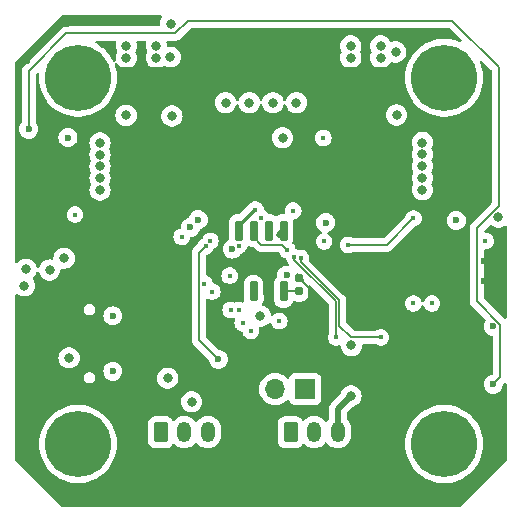
<source format=gbr>
%TF.GenerationSoftware,KiCad,Pcbnew,8.0.8*%
%TF.CreationDate,2025-02-17T01:58:26-08:00*%
%TF.ProjectId,Integrated FOC Stepper Driver,496e7465-6772-4617-9465-6420464f4320,rev?*%
%TF.SameCoordinates,Original*%
%TF.FileFunction,Copper,L6,Bot*%
%TF.FilePolarity,Positive*%
%FSLAX46Y46*%
G04 Gerber Fmt 4.6, Leading zero omitted, Abs format (unit mm)*
G04 Created by KiCad (PCBNEW 8.0.8) date 2025-02-17 01:58:26*
%MOMM*%
%LPD*%
G01*
G04 APERTURE LIST*
G04 Aperture macros list*
%AMRoundRect*
0 Rectangle with rounded corners*
0 $1 Rounding radius*
0 $2 $3 $4 $5 $6 $7 $8 $9 X,Y pos of 4 corners*
0 Add a 4 corners polygon primitive as box body*
4,1,4,$2,$3,$4,$5,$6,$7,$8,$9,$2,$3,0*
0 Add four circle primitives for the rounded corners*
1,1,$1+$1,$2,$3*
1,1,$1+$1,$4,$5*
1,1,$1+$1,$6,$7*
1,1,$1+$1,$8,$9*
0 Add four rect primitives between the rounded corners*
20,1,$1+$1,$2,$3,$4,$5,0*
20,1,$1+$1,$4,$5,$6,$7,0*
20,1,$1+$1,$6,$7,$8,$9,0*
20,1,$1+$1,$8,$9,$2,$3,0*%
G04 Aperture macros list end*
%TA.AperFunction,ComponentPad*%
%ADD10C,5.600000*%
%TD*%
%TA.AperFunction,ComponentPad*%
%ADD11R,1.700000X1.700000*%
%TD*%
%TA.AperFunction,ComponentPad*%
%ADD12O,1.700000X1.700000*%
%TD*%
%TA.AperFunction,ComponentPad*%
%ADD13RoundRect,0.250000X-0.350000X-0.625000X0.350000X-0.625000X0.350000X0.625000X-0.350000X0.625000X0*%
%TD*%
%TA.AperFunction,ComponentPad*%
%ADD14O,1.200000X1.750000*%
%TD*%
%TA.AperFunction,HeatsinkPad*%
%ADD15O,2.100000X1.000000*%
%TD*%
%TA.AperFunction,HeatsinkPad*%
%ADD16O,1.800000X1.000000*%
%TD*%
%TA.AperFunction,ComponentPad*%
%ADD17C,0.600000*%
%TD*%
%TA.AperFunction,SMDPad,CuDef*%
%ADD18R,4.900000X2.950000*%
%TD*%
%TA.AperFunction,SMDPad,CuDef*%
%ADD19RoundRect,0.155000X0.155000X-0.212500X0.155000X0.212500X-0.155000X0.212500X-0.155000X-0.212500X0*%
%TD*%
%TA.AperFunction,SMDPad,CuDef*%
%ADD20RoundRect,0.150000X0.150000X-0.725000X0.150000X0.725000X-0.150000X0.725000X-0.150000X-0.725000X0*%
%TD*%
%TA.AperFunction,ViaPad*%
%ADD21C,0.600000*%
%TD*%
%TA.AperFunction,ViaPad*%
%ADD22C,0.400000*%
%TD*%
%TA.AperFunction,ViaPad*%
%ADD23C,0.800000*%
%TD*%
%TA.AperFunction,Conductor*%
%ADD24C,0.150000*%
%TD*%
%TA.AperFunction,Conductor*%
%ADD25C,0.200000*%
%TD*%
%TA.AperFunction,Conductor*%
%ADD26C,0.500000*%
%TD*%
%TA.AperFunction,Conductor*%
%ADD27C,0.300000*%
%TD*%
G04 APERTURE END LIST*
D10*
%TO.P,H4,1*%
%TO.N,N/C*%
X34500000Y-65500000D03*
%TD*%
%TO.P,H3,1*%
%TO.N,N/C*%
X65500000Y-65500000D03*
%TD*%
D11*
%TO.P,J5,1,Pin_1*%
%TO.N,/CAN_H*%
X53740000Y-60850000D03*
D12*
%TO.P,J5,2,Pin_2*%
%TO.N,Net-(J5-Pin_2)*%
X51200000Y-60850000D03*
%TD*%
D13*
%TO.P,J1,1,Pin_1*%
%TO.N,VBUS*%
X41500000Y-64500000D03*
D14*
%TO.P,J1,2,Pin_2*%
%TO.N,/CAN_H*%
X43500000Y-64500000D03*
%TO.P,J1,3,Pin_3*%
%TO.N,/CAN_L*%
X45500000Y-64500000D03*
%TO.P,J1,4,Pin_4*%
%TO.N,GND*%
X47500000Y-64500000D03*
%TD*%
D10*
%TO.P,H2,1*%
%TO.N,N/C*%
X65500000Y-34500000D03*
%TD*%
%TO.P,H1,1*%
%TO.N,N/C*%
X34500000Y-34500000D03*
%TD*%
D15*
%TO.P,J2,S1,SHIELD*%
%TO.N,GND*%
X36000000Y-52680000D03*
D16*
X31800000Y-52680000D03*
D15*
X36000000Y-61320000D03*
D16*
X31800000Y-61320000D03*
%TD*%
D17*
%TO.P,U7,9,GND*%
%TO.N,GND*%
X57550000Y-35650000D03*
X58850000Y-35650000D03*
X60150000Y-35650000D03*
X61450000Y-35650000D03*
D18*
X59500000Y-35000000D03*
D17*
X57550000Y-34350000D03*
X58850000Y-34350000D03*
X60150000Y-34350000D03*
X61450000Y-34350000D03*
%TD*%
D13*
%TO.P,J3,1,Pin_1*%
%TO.N,VBUS*%
X52500000Y-64500000D03*
D14*
%TO.P,J3,2,Pin_2*%
%TO.N,/CAN_H*%
X54500000Y-64500000D03*
%TO.P,J3,3,Pin_3*%
%TO.N,/CAN_L*%
X56500000Y-64500000D03*
%TO.P,J3,4,Pin_4*%
%TO.N,GND*%
X58500000Y-64500000D03*
%TD*%
D17*
%TO.P,U8,9,GND*%
%TO.N,GND*%
X38550000Y-35650000D03*
X39850000Y-35650000D03*
X41150000Y-35650000D03*
X42450000Y-35650000D03*
D18*
X40500000Y-35000000D03*
D17*
X38550000Y-34350000D03*
X39850000Y-34350000D03*
X41150000Y-34350000D03*
X42450000Y-34350000D03*
%TD*%
D19*
%TO.P,C26,1*%
%TO.N,+3.3V*%
X53200000Y-52567500D03*
%TO.P,C26,2*%
%TO.N,GND*%
X53200000Y-51432500D03*
%TD*%
D20*
%TO.P,U6,1,VDD*%
%TO.N,+3.3V*%
X51905000Y-52575000D03*
%TO.P,U6,2,MODE*%
%TO.N,GND*%
X50635000Y-52575000D03*
%TO.P,U6,3,OUT*%
%TO.N,/MT6701_ANALOG*%
X49365000Y-52575000D03*
%TO.P,U6,4,GND*%
%TO.N,GND*%
X48095000Y-52575000D03*
%TO.P,U6,5,PUSH*%
%TO.N,/MT6701_PUSH*%
X48095000Y-47425000D03*
%TO.P,U6,6,A*%
%TO.N,/SDA*%
X49365000Y-47425000D03*
%TO.P,U6,7,B*%
%TO.N,/SCL*%
X50635000Y-47425000D03*
%TO.P,U6,8,Z*%
%TO.N,+3.3V*%
X51905000Y-47425000D03*
%TD*%
D21*
%TO.N,+3.3V*%
X55475000Y-46750000D03*
D22*
X48451283Y-55248717D03*
D23*
X29950000Y-52100000D03*
X42450000Y-37725000D03*
D22*
X47336971Y-51248815D03*
X55325978Y-48350978D03*
D23*
X49950000Y-54675000D03*
D21*
X66525000Y-46575000D03*
D22*
X43275000Y-47950000D03*
D23*
X30112500Y-50712500D03*
D22*
X51904999Y-52575000D03*
X49126283Y-55923717D03*
D23*
X70100000Y-46275000D03*
D22*
X51551283Y-55098717D03*
X62905000Y-53600000D03*
D21*
X33650000Y-39550000D03*
D22*
X51480259Y-47800908D03*
X52723717Y-45750000D03*
X64467500Y-53600000D03*
X45201283Y-51923717D03*
D21*
X69650000Y-55550000D03*
D22*
X45876283Y-52598717D03*
D23*
X33325000Y-49775000D03*
D22*
X48130136Y-48699999D03*
D23*
X61475000Y-37650000D03*
X32100000Y-50775000D03*
%TO.N,GND*%
X50000000Y-51000000D03*
D21*
X49675000Y-43825000D03*
X55200000Y-55975000D03*
X68875000Y-51700000D03*
D23*
X52150000Y-31200000D03*
D21*
X39375000Y-56875000D03*
X66350000Y-60450000D03*
X36975000Y-37975000D03*
D23*
X41650000Y-43975000D03*
D21*
X31850000Y-54975000D03*
D23*
X41650000Y-40975000D03*
X47350000Y-31025000D03*
D21*
X56850000Y-44725000D03*
X46600000Y-60450000D03*
X33575000Y-29925000D03*
X42875000Y-49375000D03*
X50000000Y-63775000D03*
X55200000Y-36075000D03*
X54476283Y-54176283D03*
D23*
X58350000Y-40950000D03*
D21*
X36600000Y-69425000D03*
X42575000Y-56100000D03*
D23*
X58350000Y-43950000D03*
D21*
X30225000Y-33075000D03*
D23*
X40549999Y-60373289D03*
D21*
X33950000Y-60175000D03*
X58850000Y-55650000D03*
X57025000Y-52200000D03*
D23*
X41650000Y-42975000D03*
D21*
X61725000Y-62000000D03*
D23*
X50025000Y-33050000D03*
D21*
X68900000Y-50025000D03*
X50075000Y-56925000D03*
X53400000Y-42200000D03*
D23*
X64800000Y-48575000D03*
X63300000Y-56275000D03*
X51000000Y-50000000D03*
X41650000Y-39975000D03*
X41650000Y-41975000D03*
D21*
X67900000Y-58100000D03*
D23*
X39865000Y-32300000D03*
D21*
X38175000Y-49475000D03*
X48678858Y-42848223D03*
D23*
X68850000Y-41975000D03*
X58350000Y-39950000D03*
D21*
X43525000Y-68075000D03*
X31850000Y-46775000D03*
D23*
X58350000Y-42950000D03*
D21*
X37350000Y-31925000D03*
X60875000Y-49850000D03*
D23*
X58350000Y-41950000D03*
X49000000Y-50000000D03*
X58865000Y-32300000D03*
D21*
X42900000Y-52875000D03*
D23*
X50000000Y-50000000D03*
D21*
%TO.N,+1V1*%
X44683783Y-46501283D03*
X47550000Y-49000000D03*
X44026283Y-47151283D03*
X52157530Y-51207761D03*
D23*
%TO.N,VBUS*%
X36362500Y-43000000D03*
X63650000Y-40975000D03*
X36362500Y-44000000D03*
X36362500Y-40000000D03*
X63650000Y-43975000D03*
X63650000Y-41975000D03*
X61405000Y-32300000D03*
X36362500Y-42000000D03*
X42362500Y-29900000D03*
X63650000Y-39975000D03*
X63650000Y-42975000D03*
X42309881Y-32750000D03*
X36362500Y-41000000D03*
%TO.N,/B2*%
X49000000Y-36600000D03*
X38595000Y-32800000D03*
X38595000Y-31800000D03*
%TO.N,/B1*%
X41135000Y-31800000D03*
X47000000Y-36600000D03*
X41135000Y-32800000D03*
%TO.N,/A2*%
X57595000Y-31800000D03*
X53000000Y-36600000D03*
X57595000Y-32800000D03*
%TO.N,/A1*%
X60135000Y-32800000D03*
X51000000Y-36600000D03*
X60135000Y-31800000D03*
D22*
%TO.N,/NEOPIXEL*%
X34247500Y-46075000D03*
X49980879Y-46342168D03*
%TO.N,/QSPI_SS*%
X62905000Y-46400000D03*
X57366906Y-48641906D03*
%TO.N,/RUN*%
X69000000Y-48300000D03*
X45700000Y-48300000D03*
%TO.N,/A_CURRENT*%
X47425000Y-54150000D03*
X55272500Y-39575000D03*
%TO.N,/B_CURRENT*%
X48100000Y-54150000D03*
D23*
X38575000Y-37675000D03*
X51827500Y-39575000D03*
%TO.N,+5V*%
X57650000Y-57150000D03*
X33750000Y-58200000D03*
X44125000Y-61925000D03*
D22*
%TO.N,/SCL*%
X50635000Y-47425000D03*
%TO.N,/MT6701_PUSH*%
X49525000Y-45650000D03*
%TO.N,/SDA*%
X52225000Y-49075000D03*
%TO.N,/CAN_TX*%
X60155000Y-56475000D03*
X53370756Y-49768219D03*
D21*
%TO.N,/CAN_S*%
X46375000Y-58325000D03*
D22*
X45325000Y-48725000D03*
%TO.N,/CAN_RX*%
X56345000Y-56475000D03*
X52825000Y-49700000D03*
D21*
%TO.N,/MT6701_ANALOG*%
X49425000Y-53125000D03*
D23*
%TO.N,/VUSB*%
X42100000Y-59925000D03*
D21*
X37447981Y-59344999D03*
X37447982Y-54655001D03*
%TO.N,Net-(D1-DOUT)*%
X69650000Y-60450000D03*
X30325000Y-38850000D03*
D23*
%TO.N,/CAN_L*%
X57615000Y-61425000D03*
%TD*%
D24*
%TO.N,/MT6701_ANALOG*%
X49425000Y-53125000D02*
X49365000Y-53065000D01*
X49365000Y-53065000D02*
X49365000Y-52575000D01*
%TO.N,/CAN_TX*%
X56620000Y-55470000D02*
X57625000Y-56475000D01*
X57625000Y-56475000D02*
X60155000Y-56475000D01*
X56620000Y-53306092D02*
X56620000Y-55470000D01*
X53370756Y-50056848D02*
X56620000Y-53306092D01*
X53370756Y-49768219D02*
X53370756Y-50056848D01*
D25*
%TO.N,/CAN_S*%
X44751283Y-49298717D02*
X45325000Y-48725000D01*
X44751283Y-56701283D02*
X44751283Y-49298717D01*
X46375000Y-58325000D02*
X44751283Y-56701283D01*
%TO.N,Net-(D1-DOUT)*%
X70267488Y-55392488D02*
X70267488Y-59832512D01*
X68250000Y-47241116D02*
X68250000Y-53375000D01*
X70125000Y-45366116D02*
X68250000Y-47241116D01*
X43825000Y-29650000D02*
X66175000Y-29650000D01*
X30325000Y-33926894D02*
X33511894Y-30740000D01*
X33511894Y-30740000D02*
X42735000Y-30740000D01*
X70267488Y-59832512D02*
X69650000Y-60450000D01*
X70125000Y-33600000D02*
X70125000Y-45366116D01*
X68250000Y-53375000D02*
X70267488Y-55392488D01*
X42735000Y-30740000D02*
X43825000Y-29650000D01*
X66175000Y-29650000D02*
X70125000Y-33600000D01*
X30325000Y-38850000D02*
X30325000Y-33926894D01*
D26*
%TO.N,+3.3V*%
X51856167Y-47425000D02*
X51480259Y-47800908D01*
D25*
X51912499Y-52567500D02*
X51904999Y-52575000D01*
X53200000Y-52567500D02*
X51912499Y-52567500D01*
D26*
X51904999Y-47425000D02*
X51856167Y-47425000D01*
D25*
%TO.N,GND*%
X53200000Y-51432500D02*
X54476283Y-52708783D01*
X54476283Y-52708783D02*
X54476283Y-54176283D01*
D24*
%TO.N,/QSPI_SS*%
X57366906Y-48641906D02*
X60663094Y-48641906D01*
X60663094Y-48641906D02*
X62905000Y-46400000D01*
D27*
%TO.N,/MT6701_PUSH*%
X48095001Y-47004999D02*
X49450000Y-45650000D01*
X49450000Y-45650000D02*
X49525000Y-45650000D01*
D24*
%TO.N,/SDA*%
X50000000Y-48625000D02*
X49365000Y-47990000D01*
X52225000Y-49075000D02*
X51775000Y-48625000D01*
X51775000Y-48625000D02*
X50000000Y-48625000D01*
X49365000Y-47990000D02*
X49365000Y-47425000D01*
%TO.N,/CAN_RX*%
X52825000Y-49900000D02*
X56345000Y-53420000D01*
X56345000Y-53420000D02*
X56345000Y-56475000D01*
X52825000Y-49700000D02*
X52825000Y-49900000D01*
D26*
%TO.N,/CAN_L*%
X56500000Y-64500000D02*
X56500000Y-62540000D01*
X56500000Y-62540000D02*
X57615000Y-61425000D01*
%TD*%
%TA.AperFunction,Conductor*%
%TO.N,GND*%
G36*
X53151013Y-51042840D02*
G01*
X53168495Y-51057375D01*
X53617495Y-51506375D01*
X53650980Y-51567698D01*
X53645996Y-51637390D01*
X53604124Y-51693323D01*
X53538660Y-51717740D01*
X53495221Y-51713133D01*
X53458359Y-51702424D01*
X53458356Y-51702423D01*
X53421210Y-51699500D01*
X53008317Y-51699500D01*
X52941278Y-51679815D01*
X52895523Y-51627011D01*
X52885579Y-51557853D01*
X52891276Y-51534545D01*
X52942896Y-51387023D01*
X52942899Y-51387010D01*
X52963095Y-51207764D01*
X52963095Y-51207759D01*
X52957594Y-51158941D01*
X52969648Y-51090119D01*
X53016997Y-51038739D01*
X53084607Y-51021114D01*
X53151013Y-51042840D01*
G37*
%TD.AperFunction*%
%TA.AperFunction,Conductor*%
G36*
X41578813Y-29220185D02*
G01*
X41624568Y-29272989D01*
X41634512Y-29342147D01*
X41619161Y-29386500D01*
X41535321Y-29531715D01*
X41535318Y-29531722D01*
X41476827Y-29711740D01*
X41476826Y-29711744D01*
X41457040Y-29900000D01*
X41467817Y-30002541D01*
X41455249Y-30071268D01*
X41407517Y-30122292D01*
X41344497Y-30139500D01*
X33598564Y-30139500D01*
X33598548Y-30139499D01*
X33590952Y-30139499D01*
X33432837Y-30139499D01*
X33356473Y-30159961D01*
X33280108Y-30180423D01*
X33280103Y-30180426D01*
X33143184Y-30259475D01*
X33143176Y-30259481D01*
X29844481Y-33558176D01*
X29844479Y-33558179D01*
X29819420Y-33601583D01*
X29813902Y-33611142D01*
X29794361Y-33644988D01*
X29794359Y-33644990D01*
X29765425Y-33695103D01*
X29765424Y-33695104D01*
X29765423Y-33695109D01*
X29724499Y-33847837D01*
X29724499Y-33847839D01*
X29724499Y-34015940D01*
X29724500Y-34015953D01*
X29724500Y-38267587D01*
X29704815Y-38334626D01*
X29697450Y-38344896D01*
X29695186Y-38347734D01*
X29599211Y-38500476D01*
X29539631Y-38670745D01*
X29539630Y-38670750D01*
X29519435Y-38849996D01*
X29519435Y-38850003D01*
X29539630Y-39029249D01*
X29539631Y-39029254D01*
X29599211Y-39199523D01*
X29679381Y-39327112D01*
X29695184Y-39352262D01*
X29822738Y-39479816D01*
X29975478Y-39575789D01*
X30135305Y-39631715D01*
X30145745Y-39635368D01*
X30145750Y-39635369D01*
X30324996Y-39655565D01*
X30325000Y-39655565D01*
X30325004Y-39655565D01*
X30504249Y-39635369D01*
X30504252Y-39635368D01*
X30504255Y-39635368D01*
X30674522Y-39575789D01*
X30715571Y-39549996D01*
X32844435Y-39549996D01*
X32844435Y-39550003D01*
X32864630Y-39729249D01*
X32864631Y-39729254D01*
X32924211Y-39899523D01*
X33014318Y-40042927D01*
X33020184Y-40052262D01*
X33147738Y-40179816D01*
X33300478Y-40275789D01*
X33470745Y-40335368D01*
X33470750Y-40335369D01*
X33649996Y-40355565D01*
X33650000Y-40355565D01*
X33650004Y-40355565D01*
X33829249Y-40335369D01*
X33829252Y-40335368D01*
X33829255Y-40335368D01*
X33999522Y-40275789D01*
X34152262Y-40179816D01*
X34279816Y-40052262D01*
X34312654Y-40000000D01*
X35457040Y-40000000D01*
X35476826Y-40188256D01*
X35476827Y-40188259D01*
X35535318Y-40368277D01*
X35535320Y-40368281D01*
X35535321Y-40368284D01*
X35574499Y-40436142D01*
X35575572Y-40438001D01*
X35592043Y-40505901D01*
X35575572Y-40561999D01*
X35535320Y-40631718D01*
X35535318Y-40631722D01*
X35484950Y-40786740D01*
X35476826Y-40811744D01*
X35457040Y-41000000D01*
X35476826Y-41188256D01*
X35476827Y-41188259D01*
X35535318Y-41368277D01*
X35535320Y-41368281D01*
X35535321Y-41368284D01*
X35575571Y-41437999D01*
X35575572Y-41438001D01*
X35592043Y-41505901D01*
X35575572Y-41561999D01*
X35535320Y-41631718D01*
X35535318Y-41631722D01*
X35484950Y-41786740D01*
X35476826Y-41811744D01*
X35457040Y-42000000D01*
X35476826Y-42188256D01*
X35476827Y-42188259D01*
X35535318Y-42368277D01*
X35535320Y-42368281D01*
X35535321Y-42368284D01*
X35575571Y-42437999D01*
X35575572Y-42438001D01*
X35592043Y-42505901D01*
X35575572Y-42561999D01*
X35535320Y-42631718D01*
X35535318Y-42631722D01*
X35484950Y-42786740D01*
X35476826Y-42811744D01*
X35457040Y-43000000D01*
X35476826Y-43188256D01*
X35476827Y-43188259D01*
X35535318Y-43368277D01*
X35535320Y-43368281D01*
X35535321Y-43368284D01*
X35575571Y-43437999D01*
X35575572Y-43438001D01*
X35592043Y-43505901D01*
X35575572Y-43561999D01*
X35535320Y-43631718D01*
X35535318Y-43631722D01*
X35484950Y-43786740D01*
X35476826Y-43811744D01*
X35457040Y-44000000D01*
X35476826Y-44188256D01*
X35476827Y-44188259D01*
X35535318Y-44368277D01*
X35535321Y-44368284D01*
X35629967Y-44532216D01*
X35734119Y-44647888D01*
X35756629Y-44672888D01*
X35909765Y-44784148D01*
X35909770Y-44784151D01*
X36082692Y-44861142D01*
X36082697Y-44861144D01*
X36267854Y-44900500D01*
X36267855Y-44900500D01*
X36457144Y-44900500D01*
X36457146Y-44900500D01*
X36642303Y-44861144D01*
X36815230Y-44784151D01*
X36968371Y-44672888D01*
X37095033Y-44532216D01*
X37189679Y-44368284D01*
X37248174Y-44188256D01*
X37267960Y-44000000D01*
X37248174Y-43811744D01*
X37189679Y-43631716D01*
X37149427Y-43561999D01*
X37132954Y-43494101D01*
X37149427Y-43438001D01*
X37189679Y-43368284D01*
X37248174Y-43188256D01*
X37267960Y-43000000D01*
X37248174Y-42811744D01*
X37189679Y-42631716D01*
X37149427Y-42561999D01*
X37132954Y-42494101D01*
X37149427Y-42438001D01*
X37189679Y-42368284D01*
X37248174Y-42188256D01*
X37267960Y-42000000D01*
X37248174Y-41811744D01*
X37189679Y-41631716D01*
X37149427Y-41561999D01*
X37132954Y-41494101D01*
X37149427Y-41438001D01*
X37189679Y-41368284D01*
X37248174Y-41188256D01*
X37267960Y-41000000D01*
X37248174Y-40811744D01*
X37189679Y-40631716D01*
X37149427Y-40561999D01*
X37132954Y-40494101D01*
X37149427Y-40438001D01*
X37189679Y-40368284D01*
X37248174Y-40188256D01*
X37267960Y-40000000D01*
X37248174Y-39811744D01*
X37189679Y-39631716D01*
X37156934Y-39575000D01*
X50922040Y-39575000D01*
X50941826Y-39763256D01*
X50941827Y-39763259D01*
X51000318Y-39943277D01*
X51000321Y-39943284D01*
X51094967Y-40107216D01*
X51221629Y-40247888D01*
X51374765Y-40359148D01*
X51374770Y-40359151D01*
X51547692Y-40436142D01*
X51547697Y-40436144D01*
X51732854Y-40475500D01*
X51732855Y-40475500D01*
X51922144Y-40475500D01*
X51922146Y-40475500D01*
X52107303Y-40436144D01*
X52280230Y-40359151D01*
X52433371Y-40247888D01*
X52560033Y-40107216D01*
X52654679Y-39943284D01*
X52713174Y-39763256D01*
X52732960Y-39575000D01*
X54566855Y-39575000D01*
X54587359Y-39743869D01*
X54587360Y-39743874D01*
X54647682Y-39902931D01*
X54697429Y-39975000D01*
X54744317Y-40042929D01*
X54850005Y-40136560D01*
X54871650Y-40155736D01*
X55022273Y-40234789D01*
X55022275Y-40234790D01*
X55187444Y-40275500D01*
X55357556Y-40275500D01*
X55522725Y-40234790D01*
X55602192Y-40193081D01*
X55673349Y-40155736D01*
X55673350Y-40155734D01*
X55673352Y-40155734D01*
X55800683Y-40042929D01*
X55847571Y-39975000D01*
X62744540Y-39975000D01*
X62764326Y-40163256D01*
X62764327Y-40163259D01*
X62822818Y-40343277D01*
X62822820Y-40343281D01*
X62822821Y-40343284D01*
X62863071Y-40412999D01*
X62863072Y-40413001D01*
X62879543Y-40480901D01*
X62863072Y-40536999D01*
X62822820Y-40606718D01*
X62822818Y-40606722D01*
X62764327Y-40786740D01*
X62764326Y-40786744D01*
X62744540Y-40975000D01*
X62764326Y-41163256D01*
X62764327Y-41163259D01*
X62822818Y-41343277D01*
X62822820Y-41343281D01*
X62822821Y-41343284D01*
X62863071Y-41412999D01*
X62863072Y-41413001D01*
X62879543Y-41480901D01*
X62863072Y-41536999D01*
X62822820Y-41606718D01*
X62822818Y-41606722D01*
X62764327Y-41786740D01*
X62764326Y-41786744D01*
X62744540Y-41975000D01*
X62764326Y-42163256D01*
X62764327Y-42163259D01*
X62822818Y-42343277D01*
X62822820Y-42343281D01*
X62822821Y-42343284D01*
X62863071Y-42412999D01*
X62863072Y-42413001D01*
X62879543Y-42480901D01*
X62863072Y-42536999D01*
X62822820Y-42606718D01*
X62822818Y-42606722D01*
X62764327Y-42786740D01*
X62764326Y-42786744D01*
X62744540Y-42975000D01*
X62764326Y-43163256D01*
X62764327Y-43163259D01*
X62822818Y-43343277D01*
X62822820Y-43343281D01*
X62822821Y-43343284D01*
X62863071Y-43412999D01*
X62863072Y-43413001D01*
X62879543Y-43480901D01*
X62863072Y-43536999D01*
X62822820Y-43606718D01*
X62822818Y-43606722D01*
X62764327Y-43786740D01*
X62764326Y-43786744D01*
X62744540Y-43975000D01*
X62764326Y-44163256D01*
X62764327Y-44163259D01*
X62822818Y-44343277D01*
X62822821Y-44343284D01*
X62917467Y-44507216D01*
X63044129Y-44647888D01*
X63197265Y-44759148D01*
X63197270Y-44759151D01*
X63370192Y-44836142D01*
X63370197Y-44836144D01*
X63555354Y-44875500D01*
X63555355Y-44875500D01*
X63744644Y-44875500D01*
X63744646Y-44875500D01*
X63929803Y-44836144D01*
X64102730Y-44759151D01*
X64255871Y-44647888D01*
X64382533Y-44507216D01*
X64477179Y-44343284D01*
X64535674Y-44163256D01*
X64555460Y-43975000D01*
X64535674Y-43786744D01*
X64477179Y-43606716D01*
X64436927Y-43536999D01*
X64420454Y-43469101D01*
X64436927Y-43413001D01*
X64477179Y-43343284D01*
X64535674Y-43163256D01*
X64555460Y-42975000D01*
X64535674Y-42786744D01*
X64477179Y-42606716D01*
X64436927Y-42536999D01*
X64420454Y-42469101D01*
X64436927Y-42413001D01*
X64477179Y-42343284D01*
X64535674Y-42163256D01*
X64555460Y-41975000D01*
X64535674Y-41786744D01*
X64477179Y-41606716D01*
X64436927Y-41536999D01*
X64420454Y-41469101D01*
X64436927Y-41413001D01*
X64477179Y-41343284D01*
X64535674Y-41163256D01*
X64555460Y-40975000D01*
X64535674Y-40786744D01*
X64477179Y-40606716D01*
X64436927Y-40536999D01*
X64420454Y-40469101D01*
X64436927Y-40413001D01*
X64477179Y-40343284D01*
X64535674Y-40163256D01*
X64555460Y-39975000D01*
X64535674Y-39786744D01*
X64477179Y-39606716D01*
X64382533Y-39442784D01*
X64255871Y-39302112D01*
X64255870Y-39302111D01*
X64102734Y-39190851D01*
X64102729Y-39190848D01*
X63929807Y-39113857D01*
X63929802Y-39113855D01*
X63784001Y-39082865D01*
X63744646Y-39074500D01*
X63555354Y-39074500D01*
X63522897Y-39081398D01*
X63370197Y-39113855D01*
X63370192Y-39113857D01*
X63197270Y-39190848D01*
X63197265Y-39190851D01*
X63044129Y-39302111D01*
X62917466Y-39442785D01*
X62822821Y-39606715D01*
X62822818Y-39606722D01*
X62764327Y-39786740D01*
X62764326Y-39786744D01*
X62744540Y-39975000D01*
X55847571Y-39975000D01*
X55897318Y-39902930D01*
X55957640Y-39743872D01*
X55978145Y-39575000D01*
X55957640Y-39406128D01*
X55897318Y-39247070D01*
X55869463Y-39206716D01*
X55822623Y-39138857D01*
X55800683Y-39107071D01*
X55673352Y-38994266D01*
X55673349Y-38994263D01*
X55522726Y-38915210D01*
X55357556Y-38874500D01*
X55187444Y-38874500D01*
X55022273Y-38915210D01*
X54871650Y-38994263D01*
X54744316Y-39107072D01*
X54647682Y-39247068D01*
X54587360Y-39406125D01*
X54587359Y-39406130D01*
X54566855Y-39575000D01*
X52732960Y-39575000D01*
X52713174Y-39386744D01*
X52654679Y-39206716D01*
X52560033Y-39042784D01*
X52433371Y-38902112D01*
X52433370Y-38902111D01*
X52280234Y-38790851D01*
X52280229Y-38790848D01*
X52107307Y-38713857D01*
X52107302Y-38713855D01*
X51961501Y-38682865D01*
X51922146Y-38674500D01*
X51732854Y-38674500D01*
X51700397Y-38681398D01*
X51547697Y-38713855D01*
X51547692Y-38713857D01*
X51374770Y-38790848D01*
X51374765Y-38790851D01*
X51221629Y-38902111D01*
X51094966Y-39042785D01*
X51000321Y-39206715D01*
X51000318Y-39206722D01*
X50941827Y-39386740D01*
X50941826Y-39386744D01*
X50922040Y-39575000D01*
X37156934Y-39575000D01*
X37095033Y-39467784D01*
X36968371Y-39327112D01*
X36968370Y-39327111D01*
X36815234Y-39215851D01*
X36815229Y-39215848D01*
X36642307Y-39138857D01*
X36642302Y-39138855D01*
X36492765Y-39107071D01*
X36457146Y-39099500D01*
X36267854Y-39099500D01*
X36235397Y-39106398D01*
X36082697Y-39138855D01*
X36082692Y-39138857D01*
X35909770Y-39215848D01*
X35909765Y-39215851D01*
X35756629Y-39327111D01*
X35629966Y-39467785D01*
X35535321Y-39631715D01*
X35535318Y-39631722D01*
X35484950Y-39786740D01*
X35476826Y-39811744D01*
X35457040Y-40000000D01*
X34312654Y-40000000D01*
X34375789Y-39899522D01*
X34435368Y-39729255D01*
X34443671Y-39655565D01*
X34455565Y-39550003D01*
X34455565Y-39549996D01*
X34435369Y-39370750D01*
X34435368Y-39370745D01*
X34375789Y-39200478D01*
X34375188Y-39199522D01*
X34312340Y-39099500D01*
X34279816Y-39047738D01*
X34152262Y-38920184D01*
X34123499Y-38902111D01*
X33999523Y-38824211D01*
X33829254Y-38764631D01*
X33829249Y-38764630D01*
X33650004Y-38744435D01*
X33649996Y-38744435D01*
X33470750Y-38764630D01*
X33470745Y-38764631D01*
X33300476Y-38824211D01*
X33147737Y-38920184D01*
X33020184Y-39047737D01*
X32924211Y-39200476D01*
X32864631Y-39370745D01*
X32864630Y-39370750D01*
X32844435Y-39549996D01*
X30715571Y-39549996D01*
X30827262Y-39479816D01*
X30954816Y-39352262D01*
X31050789Y-39199522D01*
X31110368Y-39029255D01*
X31110369Y-39029249D01*
X31130565Y-38850003D01*
X31130565Y-38849996D01*
X31110369Y-38670750D01*
X31110368Y-38670745D01*
X31053824Y-38509151D01*
X31050789Y-38500478D01*
X31024821Y-38459151D01*
X30954813Y-38347734D01*
X30952550Y-38344896D01*
X30951659Y-38342715D01*
X30951111Y-38341842D01*
X30951264Y-38341745D01*
X30926144Y-38280209D01*
X30925500Y-38267587D01*
X30925500Y-34226991D01*
X30945185Y-34159952D01*
X30961818Y-34139311D01*
X30999642Y-34101486D01*
X31060962Y-34068002D01*
X31130654Y-34072986D01*
X31186588Y-34114856D01*
X31211006Y-34180320D01*
X31211140Y-34195881D01*
X31194652Y-34499997D01*
X31194652Y-34500002D01*
X31214028Y-34857368D01*
X31214029Y-34857385D01*
X31271926Y-35210539D01*
X31271932Y-35210565D01*
X31367672Y-35555392D01*
X31367674Y-35555399D01*
X31500142Y-35887870D01*
X31500151Y-35887888D01*
X31667784Y-36204077D01*
X31667787Y-36204082D01*
X31667789Y-36204085D01*
X31850529Y-36473607D01*
X31868634Y-36500309D01*
X31868641Y-36500319D01*
X32050549Y-36714477D01*
X32100332Y-36773086D01*
X32360163Y-37019211D01*
X32645081Y-37235800D01*
X32951747Y-37420315D01*
X32951749Y-37420316D01*
X32951751Y-37420317D01*
X32951755Y-37420319D01*
X33276552Y-37570585D01*
X33276565Y-37570591D01*
X33615726Y-37684868D01*
X33965254Y-37761805D01*
X34321052Y-37800500D01*
X34321058Y-37800500D01*
X34678942Y-37800500D01*
X34678948Y-37800500D01*
X35034746Y-37761805D01*
X35384274Y-37684868D01*
X35413561Y-37675000D01*
X37669540Y-37675000D01*
X37689326Y-37863256D01*
X37689327Y-37863259D01*
X37747818Y-38043277D01*
X37747821Y-38043284D01*
X37842467Y-38207216D01*
X37942598Y-38318422D01*
X37969129Y-38347888D01*
X38122265Y-38459148D01*
X38122270Y-38459151D01*
X38295192Y-38536142D01*
X38295197Y-38536144D01*
X38480354Y-38575500D01*
X38480355Y-38575500D01*
X38669644Y-38575500D01*
X38669646Y-38575500D01*
X38854803Y-38536144D01*
X39027730Y-38459151D01*
X39180871Y-38347888D01*
X39307533Y-38207216D01*
X39402179Y-38043284D01*
X39460674Y-37863256D01*
X39475205Y-37725000D01*
X41544540Y-37725000D01*
X41564326Y-37913256D01*
X41564327Y-37913259D01*
X41622818Y-38093277D01*
X41622821Y-38093284D01*
X41717467Y-38257216D01*
X41793665Y-38341842D01*
X41844129Y-38397888D01*
X41997265Y-38509148D01*
X41997270Y-38509151D01*
X42170192Y-38586142D01*
X42170197Y-38586144D01*
X42355354Y-38625500D01*
X42355355Y-38625500D01*
X42544644Y-38625500D01*
X42544646Y-38625500D01*
X42729803Y-38586144D01*
X42902730Y-38509151D01*
X43055871Y-38397888D01*
X43182533Y-38257216D01*
X43277179Y-38093284D01*
X43335674Y-37913256D01*
X43355460Y-37725000D01*
X43347577Y-37650000D01*
X60569540Y-37650000D01*
X60589326Y-37838256D01*
X60589327Y-37838259D01*
X60647818Y-38018277D01*
X60647821Y-38018284D01*
X60742467Y-38182216D01*
X60819336Y-38267587D01*
X60869129Y-38322888D01*
X61022265Y-38434148D01*
X61022270Y-38434151D01*
X61195192Y-38511142D01*
X61195197Y-38511144D01*
X61380354Y-38550500D01*
X61380355Y-38550500D01*
X61569644Y-38550500D01*
X61569646Y-38550500D01*
X61754803Y-38511144D01*
X61927730Y-38434151D01*
X62080871Y-38322888D01*
X62207533Y-38182216D01*
X62302179Y-38018284D01*
X62360674Y-37838256D01*
X62380460Y-37650000D01*
X62360674Y-37461744D01*
X62302179Y-37281716D01*
X62207533Y-37117784D01*
X62080871Y-36977112D01*
X62080870Y-36977111D01*
X61927734Y-36865851D01*
X61927729Y-36865848D01*
X61754807Y-36788857D01*
X61754802Y-36788855D01*
X61609001Y-36757865D01*
X61569646Y-36749500D01*
X61380354Y-36749500D01*
X61347897Y-36756398D01*
X61195197Y-36788855D01*
X61195192Y-36788857D01*
X61022270Y-36865848D01*
X61022265Y-36865851D01*
X60869129Y-36977111D01*
X60742466Y-37117785D01*
X60647821Y-37281715D01*
X60647818Y-37281722D01*
X60589521Y-37461144D01*
X60589326Y-37461744D01*
X60569540Y-37650000D01*
X43347577Y-37650000D01*
X43335674Y-37536744D01*
X43277179Y-37356716D01*
X43182533Y-37192784D01*
X43055871Y-37052112D01*
X43055870Y-37052111D01*
X42902734Y-36940851D01*
X42902729Y-36940848D01*
X42729807Y-36863857D01*
X42729802Y-36863855D01*
X42584001Y-36832865D01*
X42544646Y-36824500D01*
X42355354Y-36824500D01*
X42322897Y-36831398D01*
X42170197Y-36863855D01*
X42170192Y-36863857D01*
X41997270Y-36940848D01*
X41997265Y-36940851D01*
X41844129Y-37052111D01*
X41717466Y-37192785D01*
X41622821Y-37356715D01*
X41622818Y-37356722D01*
X41588696Y-37461740D01*
X41564326Y-37536744D01*
X41544540Y-37725000D01*
X39475205Y-37725000D01*
X39480460Y-37675000D01*
X39460674Y-37486744D01*
X39402179Y-37306716D01*
X39307533Y-37142784D01*
X39180871Y-37002112D01*
X39180870Y-37002111D01*
X39027734Y-36890851D01*
X39027729Y-36890848D01*
X38854807Y-36813857D01*
X38854802Y-36813855D01*
X38709001Y-36782865D01*
X38669646Y-36774500D01*
X38480354Y-36774500D01*
X38447897Y-36781398D01*
X38295197Y-36813855D01*
X38295192Y-36813857D01*
X38122270Y-36890848D01*
X38122265Y-36890851D01*
X37969129Y-37002111D01*
X37842466Y-37142785D01*
X37747821Y-37306715D01*
X37747818Y-37306722D01*
X37697644Y-37461144D01*
X37689326Y-37486744D01*
X37669540Y-37675000D01*
X35413561Y-37675000D01*
X35723435Y-37570591D01*
X36048253Y-37420315D01*
X36354919Y-37235800D01*
X36639837Y-37019211D01*
X36899668Y-36773086D01*
X37046688Y-36600000D01*
X46094540Y-36600000D01*
X46114326Y-36788256D01*
X46114327Y-36788259D01*
X46172818Y-36968277D01*
X46172821Y-36968284D01*
X46267467Y-37132216D01*
X46322003Y-37192784D01*
X46394129Y-37272888D01*
X46547265Y-37384148D01*
X46547270Y-37384151D01*
X46720192Y-37461142D01*
X46720197Y-37461144D01*
X46905354Y-37500500D01*
X46905355Y-37500500D01*
X47094644Y-37500500D01*
X47094646Y-37500500D01*
X47279803Y-37461144D01*
X47452730Y-37384151D01*
X47605871Y-37272888D01*
X47732533Y-37132216D01*
X47827179Y-36968284D01*
X47882069Y-36799351D01*
X47921506Y-36741675D01*
X47985865Y-36714477D01*
X48054711Y-36726392D01*
X48106187Y-36773636D01*
X48117931Y-36799351D01*
X48172818Y-36968277D01*
X48172821Y-36968284D01*
X48267467Y-37132216D01*
X48322003Y-37192784D01*
X48394129Y-37272888D01*
X48547265Y-37384148D01*
X48547270Y-37384151D01*
X48720192Y-37461142D01*
X48720197Y-37461144D01*
X48905354Y-37500500D01*
X48905355Y-37500500D01*
X49094644Y-37500500D01*
X49094646Y-37500500D01*
X49279803Y-37461144D01*
X49452730Y-37384151D01*
X49605871Y-37272888D01*
X49732533Y-37132216D01*
X49827179Y-36968284D01*
X49882069Y-36799351D01*
X49921506Y-36741675D01*
X49985865Y-36714477D01*
X50054711Y-36726392D01*
X50106187Y-36773636D01*
X50117931Y-36799351D01*
X50172818Y-36968277D01*
X50172821Y-36968284D01*
X50267467Y-37132216D01*
X50322003Y-37192784D01*
X50394129Y-37272888D01*
X50547265Y-37384148D01*
X50547270Y-37384151D01*
X50720192Y-37461142D01*
X50720197Y-37461144D01*
X50905354Y-37500500D01*
X50905355Y-37500500D01*
X51094644Y-37500500D01*
X51094646Y-37500500D01*
X51279803Y-37461144D01*
X51452730Y-37384151D01*
X51605871Y-37272888D01*
X51732533Y-37132216D01*
X51827179Y-36968284D01*
X51882069Y-36799351D01*
X51921506Y-36741675D01*
X51985865Y-36714477D01*
X52054711Y-36726392D01*
X52106187Y-36773636D01*
X52117931Y-36799351D01*
X52172818Y-36968277D01*
X52172821Y-36968284D01*
X52267467Y-37132216D01*
X52322003Y-37192784D01*
X52394129Y-37272888D01*
X52547265Y-37384148D01*
X52547270Y-37384151D01*
X52720192Y-37461142D01*
X52720197Y-37461144D01*
X52905354Y-37500500D01*
X52905355Y-37500500D01*
X53094644Y-37500500D01*
X53094646Y-37500500D01*
X53279803Y-37461144D01*
X53452730Y-37384151D01*
X53605871Y-37272888D01*
X53732533Y-37132216D01*
X53827179Y-36968284D01*
X53885674Y-36788256D01*
X53905460Y-36600000D01*
X53885674Y-36411744D01*
X53827179Y-36231716D01*
X53732533Y-36067784D01*
X53605871Y-35927112D01*
X53551859Y-35887870D01*
X53452734Y-35815851D01*
X53452729Y-35815848D01*
X53279807Y-35738857D01*
X53279802Y-35738855D01*
X53134001Y-35707865D01*
X53094646Y-35699500D01*
X52905354Y-35699500D01*
X52872897Y-35706398D01*
X52720197Y-35738855D01*
X52720192Y-35738857D01*
X52547270Y-35815848D01*
X52547265Y-35815851D01*
X52394129Y-35927111D01*
X52267466Y-36067785D01*
X52172821Y-36231715D01*
X52172818Y-36231722D01*
X52117931Y-36400648D01*
X52078493Y-36458324D01*
X52014135Y-36485522D01*
X51945288Y-36473607D01*
X51893813Y-36426363D01*
X51882069Y-36400648D01*
X51827181Y-36231722D01*
X51827180Y-36231721D01*
X51827179Y-36231716D01*
X51732533Y-36067784D01*
X51605871Y-35927112D01*
X51551859Y-35887870D01*
X51452734Y-35815851D01*
X51452729Y-35815848D01*
X51279807Y-35738857D01*
X51279802Y-35738855D01*
X51134001Y-35707865D01*
X51094646Y-35699500D01*
X50905354Y-35699500D01*
X50872897Y-35706398D01*
X50720197Y-35738855D01*
X50720192Y-35738857D01*
X50547270Y-35815848D01*
X50547265Y-35815851D01*
X50394129Y-35927111D01*
X50267466Y-36067785D01*
X50172821Y-36231715D01*
X50172818Y-36231722D01*
X50117931Y-36400648D01*
X50078493Y-36458324D01*
X50014135Y-36485522D01*
X49945288Y-36473607D01*
X49893813Y-36426363D01*
X49882069Y-36400648D01*
X49827181Y-36231722D01*
X49827180Y-36231721D01*
X49827179Y-36231716D01*
X49732533Y-36067784D01*
X49605871Y-35927112D01*
X49551859Y-35887870D01*
X49452734Y-35815851D01*
X49452729Y-35815848D01*
X49279807Y-35738857D01*
X49279802Y-35738855D01*
X49134001Y-35707865D01*
X49094646Y-35699500D01*
X48905354Y-35699500D01*
X48872897Y-35706398D01*
X48720197Y-35738855D01*
X48720192Y-35738857D01*
X48547270Y-35815848D01*
X48547265Y-35815851D01*
X48394129Y-35927111D01*
X48267466Y-36067785D01*
X48172821Y-36231715D01*
X48172818Y-36231722D01*
X48117931Y-36400648D01*
X48078493Y-36458324D01*
X48014135Y-36485522D01*
X47945288Y-36473607D01*
X47893813Y-36426363D01*
X47882069Y-36400648D01*
X47827181Y-36231722D01*
X47827180Y-36231721D01*
X47827179Y-36231716D01*
X47732533Y-36067784D01*
X47605871Y-35927112D01*
X47551859Y-35887870D01*
X47452734Y-35815851D01*
X47452729Y-35815848D01*
X47279807Y-35738857D01*
X47279802Y-35738855D01*
X47134001Y-35707865D01*
X47094646Y-35699500D01*
X46905354Y-35699500D01*
X46872897Y-35706398D01*
X46720197Y-35738855D01*
X46720192Y-35738857D01*
X46547270Y-35815848D01*
X46547265Y-35815851D01*
X46394129Y-35927111D01*
X46267466Y-36067785D01*
X46172821Y-36231715D01*
X46172818Y-36231722D01*
X46117931Y-36400648D01*
X46114326Y-36411744D01*
X46094540Y-36600000D01*
X37046688Y-36600000D01*
X37131365Y-36500311D01*
X37332211Y-36204085D01*
X37499853Y-35887880D01*
X37632324Y-35555403D01*
X37728071Y-35210552D01*
X37785972Y-34857371D01*
X37805348Y-34500000D01*
X37785972Y-34142629D01*
X37779227Y-34101488D01*
X37728073Y-33789460D01*
X37728072Y-33789459D01*
X37728071Y-33789448D01*
X37663860Y-33558179D01*
X37632327Y-33444607D01*
X37632325Y-33444600D01*
X37609716Y-33387855D01*
X37603189Y-33318291D01*
X37635307Y-33256241D01*
X37695873Y-33221405D01*
X37765658Y-33224845D01*
X37822505Y-33265467D01*
X37832293Y-33279953D01*
X37862466Y-33332214D01*
X37862467Y-33332216D01*
X37989129Y-33472888D01*
X38142265Y-33584148D01*
X38142270Y-33584151D01*
X38315192Y-33661142D01*
X38315197Y-33661144D01*
X38500354Y-33700500D01*
X38500355Y-33700500D01*
X38689644Y-33700500D01*
X38689646Y-33700500D01*
X38874803Y-33661144D01*
X39047730Y-33584151D01*
X39200871Y-33472888D01*
X39327533Y-33332216D01*
X39422179Y-33168284D01*
X39480674Y-32988256D01*
X39500460Y-32800000D01*
X39480674Y-32611744D01*
X39422179Y-32431716D01*
X39381927Y-32361999D01*
X39365454Y-32294101D01*
X39381927Y-32238001D01*
X39422179Y-32168284D01*
X39480674Y-31988256D01*
X39500460Y-31800000D01*
X39480674Y-31611744D01*
X39454447Y-31531025D01*
X39445282Y-31502818D01*
X39443287Y-31432977D01*
X39479367Y-31373144D01*
X39542068Y-31342316D01*
X39563213Y-31340500D01*
X40166787Y-31340500D01*
X40233826Y-31360185D01*
X40279581Y-31412989D01*
X40289525Y-31482147D01*
X40284718Y-31502818D01*
X40249327Y-31611740D01*
X40249326Y-31611744D01*
X40229540Y-31800000D01*
X40249326Y-31988256D01*
X40249327Y-31988259D01*
X40307818Y-32168277D01*
X40307820Y-32168281D01*
X40307821Y-32168284D01*
X40341671Y-32226914D01*
X40348072Y-32238001D01*
X40364543Y-32305901D01*
X40348072Y-32361999D01*
X40307820Y-32431718D01*
X40307818Y-32431722D01*
X40265573Y-32561740D01*
X40249326Y-32611744D01*
X40229540Y-32800000D01*
X40249326Y-32988256D01*
X40249327Y-32988259D01*
X40307818Y-33168277D01*
X40307821Y-33168284D01*
X40402467Y-33332216D01*
X40434882Y-33368216D01*
X40529129Y-33472888D01*
X40682265Y-33584148D01*
X40682270Y-33584151D01*
X40855192Y-33661142D01*
X40855197Y-33661144D01*
X41040354Y-33700500D01*
X41040355Y-33700500D01*
X41229644Y-33700500D01*
X41229646Y-33700500D01*
X41414803Y-33661144D01*
X41587730Y-33584151D01*
X41683967Y-33514230D01*
X41749770Y-33490752D01*
X41817824Y-33506577D01*
X41829729Y-33514228D01*
X41838972Y-33520943D01*
X41857150Y-33534150D01*
X41857151Y-33534151D01*
X42030073Y-33611142D01*
X42030078Y-33611144D01*
X42215235Y-33650500D01*
X42215236Y-33650500D01*
X42404525Y-33650500D01*
X42404527Y-33650500D01*
X42589684Y-33611144D01*
X42762611Y-33534151D01*
X42915752Y-33422888D01*
X43042414Y-33282216D01*
X43137060Y-33118284D01*
X43195555Y-32938256D01*
X43215341Y-32750000D01*
X43195555Y-32561744D01*
X43137060Y-32381716D01*
X43042414Y-32217784D01*
X42915752Y-32077112D01*
X42915751Y-32077111D01*
X42762615Y-31965851D01*
X42762610Y-31965848D01*
X42589688Y-31888857D01*
X42589683Y-31888855D01*
X42435691Y-31856124D01*
X42404527Y-31849500D01*
X42215235Y-31849500D01*
X42184071Y-31856123D01*
X42114405Y-31850806D01*
X42058672Y-31808668D01*
X42055297Y-31800000D01*
X56689540Y-31800000D01*
X56709326Y-31988256D01*
X56709327Y-31988259D01*
X56767818Y-32168277D01*
X56767820Y-32168281D01*
X56767821Y-32168284D01*
X56801671Y-32226914D01*
X56808072Y-32238001D01*
X56824543Y-32305901D01*
X56808072Y-32361999D01*
X56767820Y-32431718D01*
X56767818Y-32431722D01*
X56725573Y-32561740D01*
X56709326Y-32611744D01*
X56689540Y-32800000D01*
X56709326Y-32988256D01*
X56709327Y-32988259D01*
X56767818Y-33168277D01*
X56767821Y-33168284D01*
X56862467Y-33332216D01*
X56894882Y-33368216D01*
X56989129Y-33472888D01*
X57142265Y-33584148D01*
X57142270Y-33584151D01*
X57315192Y-33661142D01*
X57315197Y-33661144D01*
X57500354Y-33700500D01*
X57500355Y-33700500D01*
X57689644Y-33700500D01*
X57689646Y-33700500D01*
X57874803Y-33661144D01*
X58047730Y-33584151D01*
X58200871Y-33472888D01*
X58327533Y-33332216D01*
X58422179Y-33168284D01*
X58480674Y-32988256D01*
X58500460Y-32800000D01*
X58480674Y-32611744D01*
X58422179Y-32431716D01*
X58381927Y-32361999D01*
X58365454Y-32294101D01*
X58381927Y-32238001D01*
X58422179Y-32168284D01*
X58480674Y-31988256D01*
X58500460Y-31800000D01*
X59229540Y-31800000D01*
X59249326Y-31988256D01*
X59249327Y-31988259D01*
X59307818Y-32168277D01*
X59307820Y-32168281D01*
X59307821Y-32168284D01*
X59341671Y-32226914D01*
X59348072Y-32238001D01*
X59364543Y-32305901D01*
X59348072Y-32361999D01*
X59307820Y-32431718D01*
X59307818Y-32431722D01*
X59265573Y-32561740D01*
X59249326Y-32611744D01*
X59229540Y-32800000D01*
X59249326Y-32988256D01*
X59249327Y-32988259D01*
X59307818Y-33168277D01*
X59307821Y-33168284D01*
X59402467Y-33332216D01*
X59434882Y-33368216D01*
X59529129Y-33472888D01*
X59682265Y-33584148D01*
X59682270Y-33584151D01*
X59855192Y-33661142D01*
X59855197Y-33661144D01*
X60040354Y-33700500D01*
X60040355Y-33700500D01*
X60229644Y-33700500D01*
X60229646Y-33700500D01*
X60414803Y-33661144D01*
X60587730Y-33584151D01*
X60740871Y-33472888D01*
X60867533Y-33332216D01*
X60942969Y-33201557D01*
X60993536Y-33153342D01*
X61062143Y-33140118D01*
X61100794Y-33150279D01*
X61125197Y-33161144D01*
X61310354Y-33200500D01*
X61310355Y-33200500D01*
X61499644Y-33200500D01*
X61499646Y-33200500D01*
X61684803Y-33161144D01*
X61857730Y-33084151D01*
X62010871Y-32972888D01*
X62137533Y-32832216D01*
X62232179Y-32668284D01*
X62290674Y-32488256D01*
X62310460Y-32300000D01*
X62290674Y-32111744D01*
X62232179Y-31931716D01*
X62137533Y-31767784D01*
X62010871Y-31627112D01*
X61989719Y-31611744D01*
X61857734Y-31515851D01*
X61857729Y-31515848D01*
X61684807Y-31438857D01*
X61684802Y-31438855D01*
X61539001Y-31407865D01*
X61499646Y-31399500D01*
X61310354Y-31399500D01*
X61270999Y-31407865D01*
X61125198Y-31438855D01*
X61125193Y-31438857D01*
X61100787Y-31449723D01*
X61031537Y-31459006D01*
X60968261Y-31429375D01*
X60942968Y-31398442D01*
X60867533Y-31267784D01*
X60740871Y-31127112D01*
X60715547Y-31108713D01*
X60587734Y-31015851D01*
X60587729Y-31015848D01*
X60414807Y-30938857D01*
X60414802Y-30938855D01*
X60269001Y-30907865D01*
X60229646Y-30899500D01*
X60040354Y-30899500D01*
X60007897Y-30906398D01*
X59855197Y-30938855D01*
X59855192Y-30938857D01*
X59682270Y-31015848D01*
X59682265Y-31015851D01*
X59529129Y-31127111D01*
X59402466Y-31267785D01*
X59307821Y-31431715D01*
X59307818Y-31431722D01*
X59249327Y-31611740D01*
X59249326Y-31611744D01*
X59229540Y-31800000D01*
X58500460Y-31800000D01*
X58480674Y-31611744D01*
X58422179Y-31431716D01*
X58327533Y-31267784D01*
X58200871Y-31127112D01*
X58175547Y-31108713D01*
X58047734Y-31015851D01*
X58047729Y-31015848D01*
X57874807Y-30938857D01*
X57874802Y-30938855D01*
X57729001Y-30907865D01*
X57689646Y-30899500D01*
X57500354Y-30899500D01*
X57467897Y-30906398D01*
X57315197Y-30938855D01*
X57315192Y-30938857D01*
X57142270Y-31015848D01*
X57142265Y-31015851D01*
X56989129Y-31127111D01*
X56862466Y-31267785D01*
X56767821Y-31431715D01*
X56767818Y-31431722D01*
X56709327Y-31611740D01*
X56709326Y-31611744D01*
X56689540Y-31800000D01*
X42055297Y-31800000D01*
X42034973Y-31747797D01*
X42020674Y-31611744D01*
X41994447Y-31531025D01*
X41985282Y-31502818D01*
X41983287Y-31432977D01*
X42019367Y-31373144D01*
X42082068Y-31342316D01*
X42103213Y-31340500D01*
X42648331Y-31340500D01*
X42648347Y-31340501D01*
X42655943Y-31340501D01*
X42814054Y-31340501D01*
X42814057Y-31340501D01*
X42966785Y-31299577D01*
X43016904Y-31270639D01*
X43103716Y-31220520D01*
X43215520Y-31108716D01*
X43215520Y-31108714D01*
X43225728Y-31098507D01*
X43225729Y-31098504D01*
X44037417Y-30286819D01*
X44098740Y-30253334D01*
X44125098Y-30250500D01*
X65874903Y-30250500D01*
X65941942Y-30270185D01*
X65962584Y-30286819D01*
X66940917Y-31265152D01*
X66974402Y-31326475D01*
X66969418Y-31396167D01*
X66927546Y-31452100D01*
X66862082Y-31476517D01*
X66801171Y-31465373D01*
X66728434Y-31431722D01*
X66723435Y-31429409D01*
X66553854Y-31372270D01*
X66384273Y-31315131D01*
X66034744Y-31238194D01*
X65678949Y-31199500D01*
X65678948Y-31199500D01*
X65321052Y-31199500D01*
X65321050Y-31199500D01*
X64965255Y-31238194D01*
X64615726Y-31315131D01*
X64368471Y-31398442D01*
X64276565Y-31429409D01*
X64276563Y-31429410D01*
X64276552Y-31429414D01*
X63951755Y-31579680D01*
X63951751Y-31579682D01*
X63723367Y-31717096D01*
X63645081Y-31764200D01*
X63556768Y-31831333D01*
X63360172Y-31980781D01*
X63360163Y-31980789D01*
X63100331Y-32226914D01*
X62868641Y-32499680D01*
X62868634Y-32499690D01*
X62667790Y-32795913D01*
X62667784Y-32795922D01*
X62500151Y-33112111D01*
X62500142Y-33112129D01*
X62367674Y-33444600D01*
X62367672Y-33444607D01*
X62271932Y-33789434D01*
X62271926Y-33789460D01*
X62214029Y-34142614D01*
X62214028Y-34142627D01*
X62214028Y-34142629D01*
X62211141Y-34195881D01*
X62194652Y-34499997D01*
X62194652Y-34500002D01*
X62214028Y-34857368D01*
X62214029Y-34857385D01*
X62271926Y-35210539D01*
X62271932Y-35210565D01*
X62367672Y-35555392D01*
X62367674Y-35555399D01*
X62500142Y-35887870D01*
X62500151Y-35887888D01*
X62667784Y-36204077D01*
X62667787Y-36204082D01*
X62667789Y-36204085D01*
X62850529Y-36473607D01*
X62868634Y-36500309D01*
X62868641Y-36500319D01*
X63050549Y-36714477D01*
X63100332Y-36773086D01*
X63360163Y-37019211D01*
X63645081Y-37235800D01*
X63951747Y-37420315D01*
X63951749Y-37420316D01*
X63951751Y-37420317D01*
X63951755Y-37420319D01*
X64276552Y-37570585D01*
X64276565Y-37570591D01*
X64615726Y-37684868D01*
X64965254Y-37761805D01*
X65321052Y-37800500D01*
X65321058Y-37800500D01*
X65678942Y-37800500D01*
X65678948Y-37800500D01*
X66034746Y-37761805D01*
X66384274Y-37684868D01*
X66723435Y-37570591D01*
X67048253Y-37420315D01*
X67354919Y-37235800D01*
X67639837Y-37019211D01*
X67899668Y-36773086D01*
X68131365Y-36500311D01*
X68332211Y-36204085D01*
X68499853Y-35887880D01*
X68632324Y-35555403D01*
X68728071Y-35210552D01*
X68785972Y-34857371D01*
X68805348Y-34500000D01*
X68785972Y-34142629D01*
X68779227Y-34101488D01*
X68728073Y-33789460D01*
X68728072Y-33789459D01*
X68728071Y-33789448D01*
X68663860Y-33558179D01*
X68632327Y-33444607D01*
X68632325Y-33444601D01*
X68632325Y-33444600D01*
X68632324Y-33444597D01*
X68531922Y-33192609D01*
X68525396Y-33123046D01*
X68557514Y-33060996D01*
X68618080Y-33026161D01*
X68687865Y-33029600D01*
X68734797Y-33059032D01*
X69488181Y-33812416D01*
X69521666Y-33873739D01*
X69524500Y-33900097D01*
X69524500Y-45066018D01*
X69504815Y-45133057D01*
X69488181Y-45153699D01*
X67769481Y-46872398D01*
X67769475Y-46872406D01*
X67720596Y-46957069D01*
X67720596Y-46957070D01*
X67690423Y-47009330D01*
X67690423Y-47009331D01*
X67649499Y-47162059D01*
X67649499Y-47162061D01*
X67649499Y-47330162D01*
X67649500Y-47330175D01*
X67649500Y-53288330D01*
X67649499Y-53288348D01*
X67649499Y-53454054D01*
X67649498Y-53454054D01*
X67657864Y-53485274D01*
X67690423Y-53606785D01*
X67707298Y-53636013D01*
X67709887Y-53640496D01*
X67709888Y-53640500D01*
X67769475Y-53743709D01*
X67769481Y-53743717D01*
X67888349Y-53862585D01*
X67888355Y-53862590D01*
X68970835Y-54945070D01*
X69004320Y-55006393D01*
X68999336Y-55076085D01*
X68988148Y-55098723D01*
X68924211Y-55200476D01*
X68864631Y-55370745D01*
X68864630Y-55370750D01*
X68844435Y-55549996D01*
X68844435Y-55550003D01*
X68864630Y-55729249D01*
X68864631Y-55729254D01*
X68924211Y-55899523D01*
X68991789Y-56007072D01*
X69020184Y-56052262D01*
X69147738Y-56179816D01*
X69300478Y-56275789D01*
X69387182Y-56306128D01*
X69470745Y-56335368D01*
X69470749Y-56335369D01*
X69556871Y-56345072D01*
X69621285Y-56372138D01*
X69660840Y-56429732D01*
X69666988Y-56468292D01*
X69666988Y-59531707D01*
X69647303Y-59598746D01*
X69594499Y-59644501D01*
X69556872Y-59654927D01*
X69470750Y-59664630D01*
X69300478Y-59724210D01*
X69147737Y-59820184D01*
X69020184Y-59947737D01*
X68924211Y-60100476D01*
X68864631Y-60270745D01*
X68864630Y-60270750D01*
X68844435Y-60449996D01*
X68844435Y-60450003D01*
X68864630Y-60629249D01*
X68864631Y-60629254D01*
X68924211Y-60799523D01*
X68955928Y-60850000D01*
X69020184Y-60952262D01*
X69147738Y-61079816D01*
X69300478Y-61175789D01*
X69446948Y-61227041D01*
X69470745Y-61235368D01*
X69470750Y-61235369D01*
X69649996Y-61255565D01*
X69650000Y-61255565D01*
X69650004Y-61255565D01*
X69829249Y-61235369D01*
X69829252Y-61235368D01*
X69829255Y-61235368D01*
X69999522Y-61175789D01*
X70152262Y-61079816D01*
X70279816Y-60952262D01*
X70375789Y-60799522D01*
X70435368Y-60629255D01*
X70445161Y-60542329D01*
X70472226Y-60477918D01*
X70480681Y-60468552D01*
X70587821Y-60361412D01*
X70649142Y-60327930D01*
X70718834Y-60332914D01*
X70774767Y-60374786D01*
X70799184Y-60440251D01*
X70799500Y-60449096D01*
X70799500Y-66865588D01*
X70779815Y-66932627D01*
X70763181Y-66953269D01*
X66953269Y-70763181D01*
X66891946Y-70796666D01*
X66865588Y-70799500D01*
X33134412Y-70799500D01*
X33067373Y-70779815D01*
X33046731Y-70763181D01*
X29236819Y-66953269D01*
X29203334Y-66891946D01*
X29200500Y-66865588D01*
X29200500Y-65499997D01*
X31194652Y-65499997D01*
X31194652Y-65500002D01*
X31196249Y-65529457D01*
X31211449Y-65809812D01*
X31214028Y-65857368D01*
X31214029Y-65857385D01*
X31271926Y-66210539D01*
X31271932Y-66210565D01*
X31367672Y-66555392D01*
X31367674Y-66555399D01*
X31500142Y-66887870D01*
X31500151Y-66887888D01*
X31667784Y-67204077D01*
X31667790Y-67204086D01*
X31868634Y-67500309D01*
X31868641Y-67500319D01*
X32100331Y-67773085D01*
X32100332Y-67773086D01*
X32360163Y-68019211D01*
X32645081Y-68235800D01*
X32951747Y-68420315D01*
X32951749Y-68420316D01*
X32951751Y-68420317D01*
X32951755Y-68420319D01*
X33276552Y-68570585D01*
X33276565Y-68570591D01*
X33615726Y-68684868D01*
X33965254Y-68761805D01*
X34321052Y-68800500D01*
X34321058Y-68800500D01*
X34678942Y-68800500D01*
X34678948Y-68800500D01*
X35034746Y-68761805D01*
X35384274Y-68684868D01*
X35723435Y-68570591D01*
X36048253Y-68420315D01*
X36354919Y-68235800D01*
X36639837Y-68019211D01*
X36899668Y-67773086D01*
X37131365Y-67500311D01*
X37332211Y-67204085D01*
X37499853Y-66887880D01*
X37632324Y-66555403D01*
X37728071Y-66210552D01*
X37783000Y-65875499D01*
X37785970Y-65857385D01*
X37785970Y-65857382D01*
X37785972Y-65857371D01*
X37805348Y-65500000D01*
X37804910Y-65491930D01*
X37799543Y-65392938D01*
X37785972Y-65142629D01*
X37767950Y-65032701D01*
X37728073Y-64789460D01*
X37728072Y-64789459D01*
X37728071Y-64789448D01*
X37632324Y-64444597D01*
X37499853Y-64112120D01*
X37347622Y-63824983D01*
X40399500Y-63824983D01*
X40399500Y-65175001D01*
X40399501Y-65175018D01*
X40410000Y-65277796D01*
X40410001Y-65277799D01*
X40465185Y-65444331D01*
X40465187Y-65444336D01*
X40488870Y-65482732D01*
X40557288Y-65593656D01*
X40681344Y-65717712D01*
X40830666Y-65809814D01*
X40997203Y-65864999D01*
X41099991Y-65875500D01*
X41900008Y-65875499D01*
X41900016Y-65875498D01*
X41900019Y-65875498D01*
X41956302Y-65869748D01*
X42002797Y-65864999D01*
X42169334Y-65809814D01*
X42318656Y-65717712D01*
X42442712Y-65593656D01*
X42482310Y-65529456D01*
X42534258Y-65482732D01*
X42603220Y-65471509D01*
X42667303Y-65499352D01*
X42675530Y-65506872D01*
X42783072Y-65614414D01*
X42923212Y-65716232D01*
X43077555Y-65794873D01*
X43242299Y-65848402D01*
X43413389Y-65875500D01*
X43413390Y-65875500D01*
X43586610Y-65875500D01*
X43586611Y-65875500D01*
X43757701Y-65848402D01*
X43922445Y-65794873D01*
X44076788Y-65716232D01*
X44216928Y-65614414D01*
X44339414Y-65491928D01*
X44399682Y-65408975D01*
X44455012Y-65366311D01*
X44524626Y-65360332D01*
X44586421Y-65392938D01*
X44600315Y-65408973D01*
X44660586Y-65491928D01*
X44783072Y-65614414D01*
X44923212Y-65716232D01*
X45077555Y-65794873D01*
X45242299Y-65848402D01*
X45413389Y-65875500D01*
X45413390Y-65875500D01*
X45586610Y-65875500D01*
X45586611Y-65875500D01*
X45757701Y-65848402D01*
X45922445Y-65794873D01*
X46076788Y-65716232D01*
X46216928Y-65614414D01*
X46339414Y-65491928D01*
X46441232Y-65351788D01*
X46519873Y-65197445D01*
X46573402Y-65032701D01*
X46600500Y-64861611D01*
X46600500Y-64138389D01*
X46573402Y-63967299D01*
X46527160Y-63824983D01*
X51399500Y-63824983D01*
X51399500Y-65175001D01*
X51399501Y-65175018D01*
X51410000Y-65277796D01*
X51410001Y-65277799D01*
X51465185Y-65444331D01*
X51465187Y-65444336D01*
X51488870Y-65482732D01*
X51557288Y-65593656D01*
X51681344Y-65717712D01*
X51830666Y-65809814D01*
X51997203Y-65864999D01*
X52099991Y-65875500D01*
X52900008Y-65875499D01*
X52900016Y-65875498D01*
X52900019Y-65875498D01*
X52956302Y-65869748D01*
X53002797Y-65864999D01*
X53169334Y-65809814D01*
X53318656Y-65717712D01*
X53442712Y-65593656D01*
X53482310Y-65529456D01*
X53534258Y-65482732D01*
X53603220Y-65471509D01*
X53667303Y-65499352D01*
X53675530Y-65506872D01*
X53783072Y-65614414D01*
X53923212Y-65716232D01*
X54077555Y-65794873D01*
X54242299Y-65848402D01*
X54413389Y-65875500D01*
X54413390Y-65875500D01*
X54586610Y-65875500D01*
X54586611Y-65875500D01*
X54757701Y-65848402D01*
X54922445Y-65794873D01*
X55076788Y-65716232D01*
X55216928Y-65614414D01*
X55339414Y-65491928D01*
X55399682Y-65408975D01*
X55455012Y-65366311D01*
X55524626Y-65360332D01*
X55586421Y-65392938D01*
X55600315Y-65408973D01*
X55660586Y-65491928D01*
X55783072Y-65614414D01*
X55923212Y-65716232D01*
X56077555Y-65794873D01*
X56242299Y-65848402D01*
X56413389Y-65875500D01*
X56413390Y-65875500D01*
X56586610Y-65875500D01*
X56586611Y-65875500D01*
X56757701Y-65848402D01*
X56922445Y-65794873D01*
X57076788Y-65716232D01*
X57216928Y-65614414D01*
X57331345Y-65499997D01*
X62194652Y-65499997D01*
X62194652Y-65500002D01*
X62196249Y-65529457D01*
X62211449Y-65809812D01*
X62214028Y-65857368D01*
X62214029Y-65857385D01*
X62271926Y-66210539D01*
X62271932Y-66210565D01*
X62367672Y-66555392D01*
X62367674Y-66555399D01*
X62500142Y-66887870D01*
X62500151Y-66887888D01*
X62667784Y-67204077D01*
X62667790Y-67204086D01*
X62868634Y-67500309D01*
X62868641Y-67500319D01*
X63100331Y-67773085D01*
X63100332Y-67773086D01*
X63360163Y-68019211D01*
X63645081Y-68235800D01*
X63951747Y-68420315D01*
X63951749Y-68420316D01*
X63951751Y-68420317D01*
X63951755Y-68420319D01*
X64276552Y-68570585D01*
X64276565Y-68570591D01*
X64615726Y-68684868D01*
X64965254Y-68761805D01*
X65321052Y-68800500D01*
X65321058Y-68800500D01*
X65678942Y-68800500D01*
X65678948Y-68800500D01*
X66034746Y-68761805D01*
X66384274Y-68684868D01*
X66723435Y-68570591D01*
X67048253Y-68420315D01*
X67354919Y-68235800D01*
X67639837Y-68019211D01*
X67899668Y-67773086D01*
X68131365Y-67500311D01*
X68332211Y-67204085D01*
X68499853Y-66887880D01*
X68632324Y-66555403D01*
X68728071Y-66210552D01*
X68783000Y-65875499D01*
X68785970Y-65857385D01*
X68785970Y-65857382D01*
X68785972Y-65857371D01*
X68805348Y-65500000D01*
X68804910Y-65491930D01*
X68799543Y-65392938D01*
X68785972Y-65142629D01*
X68767950Y-65032701D01*
X68728073Y-64789460D01*
X68728072Y-64789459D01*
X68728071Y-64789448D01*
X68632324Y-64444597D01*
X68499853Y-64112120D01*
X68347622Y-63824983D01*
X68332215Y-63795922D01*
X68332213Y-63795919D01*
X68332211Y-63795915D01*
X68131365Y-63499689D01*
X68131361Y-63499684D01*
X68131358Y-63499680D01*
X67899668Y-63226914D01*
X67820157Y-63151597D01*
X67639837Y-62980789D01*
X67639830Y-62980783D01*
X67639827Y-62980781D01*
X67572245Y-62929407D01*
X67354919Y-62764200D01*
X67048253Y-62579685D01*
X67048252Y-62579684D01*
X67048248Y-62579682D01*
X67048244Y-62579680D01*
X66723447Y-62429414D01*
X66723441Y-62429411D01*
X66723435Y-62429409D01*
X66553854Y-62372270D01*
X66384273Y-62315131D01*
X66034744Y-62238194D01*
X65678949Y-62199500D01*
X65678948Y-62199500D01*
X65321052Y-62199500D01*
X65321050Y-62199500D01*
X64965255Y-62238194D01*
X64615726Y-62315131D01*
X64359970Y-62401306D01*
X64276565Y-62429409D01*
X64276563Y-62429410D01*
X64276552Y-62429414D01*
X63951755Y-62579680D01*
X63951751Y-62579682D01*
X63921493Y-62597888D01*
X63645081Y-62764200D01*
X63578851Y-62814547D01*
X63360172Y-62980781D01*
X63360163Y-62980789D01*
X63100331Y-63226914D01*
X62868641Y-63499680D01*
X62868634Y-63499690D01*
X62667790Y-63795913D01*
X62667784Y-63795922D01*
X62500151Y-64112111D01*
X62500142Y-64112129D01*
X62367674Y-64444600D01*
X62367672Y-64444607D01*
X62271932Y-64789434D01*
X62271926Y-64789460D01*
X62214029Y-65142614D01*
X62214028Y-65142627D01*
X62214028Y-65142629D01*
X62212272Y-65175018D01*
X62194652Y-65499997D01*
X57331345Y-65499997D01*
X57339414Y-65491928D01*
X57441232Y-65351788D01*
X57519873Y-65197445D01*
X57573402Y-65032701D01*
X57600500Y-64861611D01*
X57600500Y-64138389D01*
X57573402Y-63967299D01*
X57519873Y-63802555D01*
X57441232Y-63648212D01*
X57339414Y-63508072D01*
X57286819Y-63455477D01*
X57253334Y-63394154D01*
X57250500Y-63367796D01*
X57250500Y-62902228D01*
X57270185Y-62835189D01*
X57286815Y-62814551D01*
X57767770Y-62333595D01*
X57829091Y-62300112D01*
X57829427Y-62300039D01*
X57894803Y-62286144D01*
X58067730Y-62209151D01*
X58220871Y-62097888D01*
X58347533Y-61957216D01*
X58442179Y-61793284D01*
X58500674Y-61613256D01*
X58520460Y-61425000D01*
X58500674Y-61236744D01*
X58442179Y-61056716D01*
X58347533Y-60892784D01*
X58220871Y-60752112D01*
X58220870Y-60752111D01*
X58067734Y-60640851D01*
X58067729Y-60640848D01*
X57894807Y-60563857D01*
X57894802Y-60563855D01*
X57749001Y-60532865D01*
X57709646Y-60524500D01*
X57520354Y-60524500D01*
X57487897Y-60531398D01*
X57335197Y-60563855D01*
X57335192Y-60563857D01*
X57162270Y-60640848D01*
X57162265Y-60640851D01*
X57009129Y-60752111D01*
X56882466Y-60892785D01*
X56787821Y-61056715D01*
X56787819Y-61056719D01*
X56732478Y-61227041D01*
X56702228Y-61276403D01*
X55917052Y-62061578D01*
X55917049Y-62061581D01*
X55892790Y-62097887D01*
X55892791Y-62097888D01*
X55834914Y-62184508D01*
X55778343Y-62321082D01*
X55778340Y-62321092D01*
X55749500Y-62466079D01*
X55749500Y-63367796D01*
X55729815Y-63434835D01*
X55713181Y-63455477D01*
X55660588Y-63508069D01*
X55660581Y-63508078D01*
X55600317Y-63591023D01*
X55544987Y-63633689D01*
X55475374Y-63639667D01*
X55413579Y-63607061D01*
X55399683Y-63591023D01*
X55339418Y-63508078D01*
X55339414Y-63508072D01*
X55216928Y-63385586D01*
X55076788Y-63283768D01*
X54922445Y-63205127D01*
X54757701Y-63151598D01*
X54757699Y-63151597D01*
X54757698Y-63151597D01*
X54626271Y-63130781D01*
X54586611Y-63124500D01*
X54413389Y-63124500D01*
X54373728Y-63130781D01*
X54242302Y-63151597D01*
X54077552Y-63205128D01*
X53923211Y-63283768D01*
X53783073Y-63385585D01*
X53675530Y-63493128D01*
X53614207Y-63526612D01*
X53544515Y-63521628D01*
X53488582Y-63479756D01*
X53482310Y-63470543D01*
X53460285Y-63434835D01*
X53442712Y-63406344D01*
X53318656Y-63282288D01*
X53193559Y-63205128D01*
X53169336Y-63190187D01*
X53169331Y-63190185D01*
X53167862Y-63189698D01*
X53002797Y-63135001D01*
X53002795Y-63135000D01*
X52900010Y-63124500D01*
X52099998Y-63124500D01*
X52099980Y-63124501D01*
X51997203Y-63135000D01*
X51997200Y-63135001D01*
X51830668Y-63190185D01*
X51830663Y-63190187D01*
X51681342Y-63282289D01*
X51557289Y-63406342D01*
X51465187Y-63555663D01*
X51465186Y-63555666D01*
X51410001Y-63722203D01*
X51410001Y-63722204D01*
X51410000Y-63722204D01*
X51399500Y-63824983D01*
X46527160Y-63824983D01*
X46519873Y-63802555D01*
X46441232Y-63648212D01*
X46339414Y-63508072D01*
X46216928Y-63385586D01*
X46076788Y-63283768D01*
X45922445Y-63205127D01*
X45757701Y-63151598D01*
X45757699Y-63151597D01*
X45757698Y-63151597D01*
X45626271Y-63130781D01*
X45586611Y-63124500D01*
X45413389Y-63124500D01*
X45373728Y-63130781D01*
X45242302Y-63151597D01*
X45077552Y-63205128D01*
X44923211Y-63283768D01*
X44843256Y-63341859D01*
X44783072Y-63385586D01*
X44783070Y-63385588D01*
X44783069Y-63385588D01*
X44660588Y-63508069D01*
X44660581Y-63508078D01*
X44600317Y-63591023D01*
X44544987Y-63633689D01*
X44475374Y-63639667D01*
X44413579Y-63607061D01*
X44399683Y-63591023D01*
X44339418Y-63508078D01*
X44339414Y-63508072D01*
X44216928Y-63385586D01*
X44076788Y-63283768D01*
X43922445Y-63205127D01*
X43757701Y-63151598D01*
X43757699Y-63151597D01*
X43757698Y-63151597D01*
X43626271Y-63130781D01*
X43586611Y-63124500D01*
X43413389Y-63124500D01*
X43373728Y-63130781D01*
X43242302Y-63151597D01*
X43077552Y-63205128D01*
X42923211Y-63283768D01*
X42783073Y-63385585D01*
X42675530Y-63493128D01*
X42614207Y-63526612D01*
X42544515Y-63521628D01*
X42488582Y-63479756D01*
X42482310Y-63470543D01*
X42460285Y-63434835D01*
X42442712Y-63406344D01*
X42318656Y-63282288D01*
X42193559Y-63205128D01*
X42169336Y-63190187D01*
X42169331Y-63190185D01*
X42167862Y-63189698D01*
X42002797Y-63135001D01*
X42002795Y-63135000D01*
X41900010Y-63124500D01*
X41099998Y-63124500D01*
X41099980Y-63124501D01*
X40997203Y-63135000D01*
X40997200Y-63135001D01*
X40830668Y-63190185D01*
X40830663Y-63190187D01*
X40681342Y-63282289D01*
X40557289Y-63406342D01*
X40465187Y-63555663D01*
X40465186Y-63555666D01*
X40410001Y-63722203D01*
X40410001Y-63722204D01*
X40410000Y-63722204D01*
X40399500Y-63824983D01*
X37347622Y-63824983D01*
X37332215Y-63795922D01*
X37332213Y-63795919D01*
X37332211Y-63795915D01*
X37131365Y-63499689D01*
X37131361Y-63499684D01*
X37131358Y-63499680D01*
X36899668Y-63226914D01*
X36820157Y-63151597D01*
X36639837Y-62980789D01*
X36639830Y-62980783D01*
X36639827Y-62980781D01*
X36572245Y-62929407D01*
X36354919Y-62764200D01*
X36048253Y-62579685D01*
X36048252Y-62579684D01*
X36048248Y-62579682D01*
X36048244Y-62579680D01*
X35723447Y-62429414D01*
X35723441Y-62429411D01*
X35723435Y-62429409D01*
X35553854Y-62372270D01*
X35384273Y-62315131D01*
X35034744Y-62238194D01*
X34678949Y-62199500D01*
X34678948Y-62199500D01*
X34321052Y-62199500D01*
X34321050Y-62199500D01*
X33965255Y-62238194D01*
X33615726Y-62315131D01*
X33359970Y-62401306D01*
X33276565Y-62429409D01*
X33276563Y-62429410D01*
X33276552Y-62429414D01*
X32951755Y-62579680D01*
X32951751Y-62579682D01*
X32921493Y-62597888D01*
X32645081Y-62764200D01*
X32578851Y-62814547D01*
X32360172Y-62980781D01*
X32360163Y-62980789D01*
X32100331Y-63226914D01*
X31868641Y-63499680D01*
X31868634Y-63499690D01*
X31667790Y-63795913D01*
X31667784Y-63795922D01*
X31500151Y-64112111D01*
X31500142Y-64112129D01*
X31367674Y-64444600D01*
X31367672Y-64444607D01*
X31271932Y-64789434D01*
X31271926Y-64789460D01*
X31214029Y-65142614D01*
X31214028Y-65142627D01*
X31214028Y-65142629D01*
X31212272Y-65175018D01*
X31194652Y-65499997D01*
X29200500Y-65499997D01*
X29200500Y-61925000D01*
X43219540Y-61925000D01*
X43239326Y-62113256D01*
X43239327Y-62113259D01*
X43297818Y-62293277D01*
X43297821Y-62293284D01*
X43392467Y-62457216D01*
X43502734Y-62579680D01*
X43519129Y-62597888D01*
X43672265Y-62709148D01*
X43672270Y-62709151D01*
X43845192Y-62786142D01*
X43845197Y-62786144D01*
X44030354Y-62825500D01*
X44030355Y-62825500D01*
X44219644Y-62825500D01*
X44219646Y-62825500D01*
X44404803Y-62786144D01*
X44577730Y-62709151D01*
X44730871Y-62597888D01*
X44857533Y-62457216D01*
X44952179Y-62293284D01*
X45010674Y-62113256D01*
X45030460Y-61925000D01*
X45010674Y-61736744D01*
X44952179Y-61556716D01*
X44857533Y-61392784D01*
X44730871Y-61252112D01*
X44730870Y-61252111D01*
X44577734Y-61140851D01*
X44577729Y-61140848D01*
X44404807Y-61063857D01*
X44404802Y-61063855D01*
X44259001Y-61032865D01*
X44219646Y-61024500D01*
X44030354Y-61024500D01*
X43997897Y-61031398D01*
X43845197Y-61063855D01*
X43845192Y-61063857D01*
X43672270Y-61140848D01*
X43672265Y-61140851D01*
X43519129Y-61252111D01*
X43392466Y-61392785D01*
X43297821Y-61556715D01*
X43297818Y-61556722D01*
X43244313Y-61721395D01*
X43239326Y-61736744D01*
X43219540Y-61925000D01*
X29200500Y-61925000D01*
X29200500Y-60849999D01*
X49844341Y-60849999D01*
X49844341Y-60850000D01*
X49864936Y-61085403D01*
X49864938Y-61085413D01*
X49926094Y-61313655D01*
X49926096Y-61313659D01*
X49926097Y-61313663D01*
X50010499Y-61494663D01*
X50025965Y-61527830D01*
X50025967Y-61527834D01*
X50046191Y-61556716D01*
X50161505Y-61721401D01*
X50328599Y-61888495D01*
X50425384Y-61956265D01*
X50522165Y-62024032D01*
X50522167Y-62024033D01*
X50522170Y-62024035D01*
X50736337Y-62123903D01*
X50964592Y-62185063D01*
X51141034Y-62200500D01*
X51199999Y-62205659D01*
X51200000Y-62205659D01*
X51200001Y-62205659D01*
X51258966Y-62200500D01*
X51435408Y-62185063D01*
X51663663Y-62123903D01*
X51877830Y-62024035D01*
X52071401Y-61888495D01*
X52193329Y-61766566D01*
X52254648Y-61733084D01*
X52324340Y-61738068D01*
X52380274Y-61779939D01*
X52397189Y-61810917D01*
X52446202Y-61942328D01*
X52446206Y-61942335D01*
X52532452Y-62057544D01*
X52532455Y-62057547D01*
X52647664Y-62143793D01*
X52647671Y-62143797D01*
X52782517Y-62194091D01*
X52782516Y-62194091D01*
X52789444Y-62194835D01*
X52842127Y-62200500D01*
X54637872Y-62200499D01*
X54697483Y-62194091D01*
X54832331Y-62143796D01*
X54947546Y-62057546D01*
X55033796Y-61942331D01*
X55084091Y-61807483D01*
X55090500Y-61747873D01*
X55090499Y-59952128D01*
X55084091Y-59892517D01*
X55082810Y-59889083D01*
X55033797Y-59757671D01*
X55033793Y-59757664D01*
X54947547Y-59642455D01*
X54947544Y-59642452D01*
X54832335Y-59556206D01*
X54832328Y-59556202D01*
X54697482Y-59505908D01*
X54697483Y-59505908D01*
X54637883Y-59499501D01*
X54637881Y-59499500D01*
X54637873Y-59499500D01*
X54637864Y-59499500D01*
X52842129Y-59499500D01*
X52842123Y-59499501D01*
X52782516Y-59505908D01*
X52647671Y-59556202D01*
X52647664Y-59556206D01*
X52532455Y-59642452D01*
X52532452Y-59642455D01*
X52446206Y-59757664D01*
X52446203Y-59757669D01*
X52397189Y-59889083D01*
X52355317Y-59945016D01*
X52289853Y-59969433D01*
X52221580Y-59954581D01*
X52193326Y-59933430D01*
X52071402Y-59811506D01*
X52071395Y-59811501D01*
X51877834Y-59675967D01*
X51877830Y-59675965D01*
X51810355Y-59644501D01*
X51663663Y-59576097D01*
X51663659Y-59576096D01*
X51663655Y-59576094D01*
X51435413Y-59514938D01*
X51435403Y-59514936D01*
X51200001Y-59494341D01*
X51199999Y-59494341D01*
X50964596Y-59514936D01*
X50964586Y-59514938D01*
X50736344Y-59576094D01*
X50736335Y-59576098D01*
X50522171Y-59675964D01*
X50522169Y-59675965D01*
X50328597Y-59811505D01*
X50161505Y-59978597D01*
X50025965Y-60172169D01*
X50025964Y-60172171D01*
X49926098Y-60386335D01*
X49926094Y-60386344D01*
X49864938Y-60614586D01*
X49864936Y-60614596D01*
X49844341Y-60849999D01*
X29200500Y-60849999D01*
X29200500Y-59827399D01*
X35004500Y-59827399D01*
X35004500Y-59952601D01*
X35036905Y-60073536D01*
X35099505Y-60181964D01*
X35188036Y-60270495D01*
X35296464Y-60333095D01*
X35417399Y-60365500D01*
X35417401Y-60365500D01*
X35542599Y-60365500D01*
X35542601Y-60365500D01*
X35663536Y-60333095D01*
X35771964Y-60270495D01*
X35860495Y-60181964D01*
X35923095Y-60073536D01*
X35955500Y-59952601D01*
X35955500Y-59827399D01*
X35923095Y-59706464D01*
X35860495Y-59598036D01*
X35771964Y-59509505D01*
X35663536Y-59446905D01*
X35663537Y-59446905D01*
X35623224Y-59436103D01*
X35542601Y-59414500D01*
X35417399Y-59414500D01*
X35336775Y-59436103D01*
X35296463Y-59446905D01*
X35188037Y-59509504D01*
X35188034Y-59509506D01*
X35099506Y-59598034D01*
X35099504Y-59598037D01*
X35036905Y-59706463D01*
X35028792Y-59736740D01*
X35004500Y-59827399D01*
X29200500Y-59827399D01*
X29200500Y-59344995D01*
X36642416Y-59344995D01*
X36642416Y-59345002D01*
X36662611Y-59524248D01*
X36662612Y-59524253D01*
X36722192Y-59694522D01*
X36801151Y-59820184D01*
X36818165Y-59847261D01*
X36945719Y-59974815D01*
X37098459Y-60070788D01*
X37219826Y-60113256D01*
X37268726Y-60130367D01*
X37268731Y-60130368D01*
X37447977Y-60150564D01*
X37447981Y-60150564D01*
X37447985Y-60150564D01*
X37627230Y-60130368D01*
X37627233Y-60130367D01*
X37627236Y-60130367D01*
X37797503Y-60070788D01*
X37950243Y-59974815D01*
X38000058Y-59925000D01*
X41194540Y-59925000D01*
X41214326Y-60113256D01*
X41214327Y-60113259D01*
X41272818Y-60293277D01*
X41272821Y-60293284D01*
X41367467Y-60457216D01*
X41463487Y-60563857D01*
X41494129Y-60597888D01*
X41647265Y-60709148D01*
X41647270Y-60709151D01*
X41820192Y-60786142D01*
X41820197Y-60786144D01*
X42005354Y-60825500D01*
X42005355Y-60825500D01*
X42194644Y-60825500D01*
X42194646Y-60825500D01*
X42379803Y-60786144D01*
X42552730Y-60709151D01*
X42705871Y-60597888D01*
X42832533Y-60457216D01*
X42927179Y-60293284D01*
X42985674Y-60113256D01*
X43005460Y-59925000D01*
X42985674Y-59736744D01*
X42927179Y-59556716D01*
X42832533Y-59392784D01*
X42705871Y-59252112D01*
X42705870Y-59252111D01*
X42552734Y-59140851D01*
X42552729Y-59140848D01*
X42379807Y-59063857D01*
X42379802Y-59063855D01*
X42234001Y-59032865D01*
X42194646Y-59024500D01*
X42005354Y-59024500D01*
X41972897Y-59031398D01*
X41820197Y-59063855D01*
X41820192Y-59063857D01*
X41647270Y-59140848D01*
X41647265Y-59140851D01*
X41494129Y-59252111D01*
X41367466Y-59392785D01*
X41272821Y-59556715D01*
X41272818Y-59556722D01*
X41218398Y-59724211D01*
X41214326Y-59736744D01*
X41194540Y-59925000D01*
X38000058Y-59925000D01*
X38077797Y-59847261D01*
X38173770Y-59694521D01*
X38233349Y-59524254D01*
X38236138Y-59499500D01*
X38253546Y-59345002D01*
X38253546Y-59344995D01*
X38233350Y-59165749D01*
X38233349Y-59165744D01*
X38224638Y-59140849D01*
X38173770Y-58995477D01*
X38166653Y-58984151D01*
X38077796Y-58842736D01*
X37950243Y-58715183D01*
X37797504Y-58619210D01*
X37627235Y-58559630D01*
X37627230Y-58559629D01*
X37447985Y-58539434D01*
X37447977Y-58539434D01*
X37268731Y-58559629D01*
X37268726Y-58559630D01*
X37098457Y-58619210D01*
X36945718Y-58715183D01*
X36818165Y-58842736D01*
X36722192Y-58995475D01*
X36662612Y-59165744D01*
X36662611Y-59165749D01*
X36642416Y-59344995D01*
X29200500Y-59344995D01*
X29200500Y-58200000D01*
X32844540Y-58200000D01*
X32864326Y-58388256D01*
X32864327Y-58388259D01*
X32922818Y-58568277D01*
X32922821Y-58568284D01*
X33017467Y-58732216D01*
X33103047Y-58827262D01*
X33144129Y-58872888D01*
X33297265Y-58984148D01*
X33297270Y-58984151D01*
X33470192Y-59061142D01*
X33470197Y-59061144D01*
X33655354Y-59100500D01*
X33655355Y-59100500D01*
X33844644Y-59100500D01*
X33844646Y-59100500D01*
X34029803Y-59061144D01*
X34202730Y-58984151D01*
X34355871Y-58872888D01*
X34482533Y-58732216D01*
X34577179Y-58568284D01*
X34635674Y-58388256D01*
X34655460Y-58200000D01*
X34635674Y-58011744D01*
X34577179Y-57831716D01*
X34482533Y-57667784D01*
X34355871Y-57527112D01*
X34352937Y-57524980D01*
X34202734Y-57415851D01*
X34202729Y-57415848D01*
X34029807Y-57338857D01*
X34029802Y-57338855D01*
X33884001Y-57307865D01*
X33844646Y-57299500D01*
X33655354Y-57299500D01*
X33622897Y-57306398D01*
X33470197Y-57338855D01*
X33470192Y-57338857D01*
X33297270Y-57415848D01*
X33297265Y-57415851D01*
X33144129Y-57527111D01*
X33017466Y-57667785D01*
X32922821Y-57831715D01*
X32922818Y-57831722D01*
X32864521Y-58011144D01*
X32864326Y-58011744D01*
X32844540Y-58200000D01*
X29200500Y-58200000D01*
X29200500Y-56780337D01*
X44150781Y-56780337D01*
X44191705Y-56933066D01*
X44219454Y-56981129D01*
X44270760Y-57069995D01*
X44270764Y-57070000D01*
X44389632Y-57188868D01*
X44389638Y-57188873D01*
X45544298Y-58343534D01*
X45577783Y-58404857D01*
X45579837Y-58417331D01*
X45589630Y-58504249D01*
X45649210Y-58674521D01*
X45745184Y-58827262D01*
X45872738Y-58954816D01*
X46025478Y-59050789D01*
X46167544Y-59100500D01*
X46195745Y-59110368D01*
X46195750Y-59110369D01*
X46374996Y-59130565D01*
X46375000Y-59130565D01*
X46375004Y-59130565D01*
X46554249Y-59110369D01*
X46554252Y-59110368D01*
X46554255Y-59110368D01*
X46724522Y-59050789D01*
X46877262Y-58954816D01*
X47004816Y-58827262D01*
X47100789Y-58674522D01*
X47160368Y-58504255D01*
X47170162Y-58417331D01*
X47180565Y-58325003D01*
X47180565Y-58324996D01*
X47160369Y-58145750D01*
X47160368Y-58145745D01*
X47113479Y-58011744D01*
X47100789Y-57975478D01*
X47074821Y-57934151D01*
X47010457Y-57831716D01*
X47004816Y-57822738D01*
X46877262Y-57695184D01*
X46833655Y-57667784D01*
X46724521Y-57599210D01*
X46554249Y-57539630D01*
X46467331Y-57529837D01*
X46402917Y-57502770D01*
X46393534Y-57494298D01*
X45388102Y-56488866D01*
X45354617Y-56427543D01*
X45351783Y-56401185D01*
X45351783Y-54150000D01*
X46719355Y-54150000D01*
X46739859Y-54318869D01*
X46739860Y-54318874D01*
X46800182Y-54477931D01*
X46852064Y-54553094D01*
X46896817Y-54617929D01*
X46977577Y-54689476D01*
X47024150Y-54730736D01*
X47174773Y-54809789D01*
X47174775Y-54809790D01*
X47339944Y-54850500D01*
X47510056Y-54850500D01*
X47659101Y-54813764D01*
X47728902Y-54816833D01*
X47785964Y-54857153D01*
X47812170Y-54921922D01*
X47804717Y-54978131D01*
X47766144Y-55079839D01*
X47766142Y-55079847D01*
X47745638Y-55248717D01*
X47766142Y-55417586D01*
X47766143Y-55417591D01*
X47826465Y-55576648D01*
X47888758Y-55666894D01*
X47923100Y-55716646D01*
X47988404Y-55774500D01*
X48050433Y-55829453D01*
X48201056Y-55908506D01*
X48201058Y-55908507D01*
X48342404Y-55943345D01*
X48402784Y-55978501D01*
X48434573Y-56040720D01*
X48435825Y-56048795D01*
X48441142Y-56092586D01*
X48441143Y-56092592D01*
X48501465Y-56251647D01*
X48501465Y-56251648D01*
X48563758Y-56341894D01*
X48598100Y-56391646D01*
X48684616Y-56468292D01*
X48725433Y-56504453D01*
X48876056Y-56583506D01*
X48876058Y-56583507D01*
X49041227Y-56624217D01*
X49211339Y-56624217D01*
X49376508Y-56583507D01*
X49455975Y-56541798D01*
X49527132Y-56504453D01*
X49527133Y-56504451D01*
X49527135Y-56504451D01*
X49654466Y-56391646D01*
X49751101Y-56251647D01*
X49811423Y-56092589D01*
X49831928Y-55923717D01*
X49811423Y-55754845D01*
X49807109Y-55743472D01*
X49801741Y-55673810D01*
X49834888Y-55612303D01*
X49896026Y-55578481D01*
X49923051Y-55575500D01*
X50044644Y-55575500D01*
X50044646Y-55575500D01*
X50229803Y-55536144D01*
X50402730Y-55459151D01*
X50555871Y-55347888D01*
X50659605Y-55232679D01*
X50719089Y-55196032D01*
X50788946Y-55197362D01*
X50846995Y-55236249D01*
X50867695Y-55271682D01*
X50926465Y-55426647D01*
X50926465Y-55426648D01*
X50988758Y-55516894D01*
X51023100Y-55566646D01*
X51128788Y-55660277D01*
X51150433Y-55679453D01*
X51301056Y-55758506D01*
X51301058Y-55758507D01*
X51466227Y-55799217D01*
X51636339Y-55799217D01*
X51801508Y-55758507D01*
X51881270Y-55716644D01*
X51952132Y-55679453D01*
X51952133Y-55679451D01*
X51952135Y-55679451D01*
X52079466Y-55566646D01*
X52176101Y-55426647D01*
X52236423Y-55267589D01*
X52256928Y-55098717D01*
X52236423Y-54929845D01*
X52229642Y-54911966D01*
X52176100Y-54770785D01*
X52121812Y-54692136D01*
X52079466Y-54630788D01*
X51952135Y-54517983D01*
X51952132Y-54517980D01*
X51801509Y-54438927D01*
X51636339Y-54398217D01*
X51466227Y-54398217D01*
X51301056Y-54438927D01*
X51150433Y-54517981D01*
X51045849Y-54610634D01*
X50982615Y-54640355D01*
X50913352Y-54631171D01*
X50860049Y-54585999D01*
X50840302Y-54530782D01*
X50835674Y-54486744D01*
X50832810Y-54477931D01*
X50777181Y-54306722D01*
X50777180Y-54306721D01*
X50777179Y-54306716D01*
X50682533Y-54142784D01*
X50555871Y-54002112D01*
X50526985Y-53981125D01*
X50402734Y-53890851D01*
X50402729Y-53890848D01*
X50229807Y-53813857D01*
X50229802Y-53813855D01*
X50165006Y-53800083D01*
X50103524Y-53766891D01*
X50069748Y-53705728D01*
X50074400Y-53636013D01*
X50084055Y-53615672D01*
X50089311Y-53606785D01*
X50116744Y-53560398D01*
X50129027Y-53518117D01*
X50143109Y-53486743D01*
X50150789Y-53474522D01*
X50210368Y-53304255D01*
X50211305Y-53295939D01*
X50230565Y-53125003D01*
X50230565Y-53124996D01*
X50210369Y-52945750D01*
X50210367Y-52945742D01*
X50172458Y-52837403D01*
X50165500Y-52796449D01*
X50165500Y-51784313D01*
X50165499Y-51784298D01*
X50162598Y-51747432D01*
X50162597Y-51747426D01*
X50118541Y-51595787D01*
X50116744Y-51589602D01*
X50033081Y-51448135D01*
X50033079Y-51448133D01*
X50033076Y-51448129D01*
X49916870Y-51331923D01*
X49916862Y-51331917D01*
X49801896Y-51263927D01*
X49775398Y-51248256D01*
X49775397Y-51248255D01*
X49775396Y-51248255D01*
X49775393Y-51248254D01*
X49617573Y-51202402D01*
X49617567Y-51202401D01*
X49580701Y-51199500D01*
X49580694Y-51199500D01*
X49149306Y-51199500D01*
X49149298Y-51199500D01*
X49112432Y-51202401D01*
X49112426Y-51202402D01*
X48954606Y-51248254D01*
X48954603Y-51248255D01*
X48813137Y-51331917D01*
X48813129Y-51331923D01*
X48696923Y-51448129D01*
X48696917Y-51448137D01*
X48613255Y-51589603D01*
X48613254Y-51589606D01*
X48567402Y-51747426D01*
X48567401Y-51747432D01*
X48564500Y-51784298D01*
X48564500Y-53365709D01*
X48566332Y-53388986D01*
X48551966Y-53457363D01*
X48502913Y-53507118D01*
X48434747Y-53522455D01*
X48385089Y-53508508D01*
X48350225Y-53490210D01*
X48350224Y-53490209D01*
X48350223Y-53490209D01*
X48185056Y-53449500D01*
X48014944Y-53449500D01*
X47849775Y-53490210D01*
X47820123Y-53505772D01*
X47751615Y-53519495D01*
X47704877Y-53505772D01*
X47691764Y-53498890D01*
X47675225Y-53490210D01*
X47510056Y-53449500D01*
X47339944Y-53449500D01*
X47174773Y-53490210D01*
X47024150Y-53569263D01*
X46896816Y-53682072D01*
X46800182Y-53822068D01*
X46739860Y-53981125D01*
X46739859Y-53981130D01*
X46719355Y-54150000D01*
X45351783Y-54150000D01*
X45351783Y-53319677D01*
X45371468Y-53252638D01*
X45424272Y-53206883D01*
X45493430Y-53196939D01*
X45533409Y-53209881D01*
X45626056Y-53258506D01*
X45626058Y-53258507D01*
X45791227Y-53299217D01*
X45961339Y-53299217D01*
X46126508Y-53258507D01*
X46243815Y-53196939D01*
X46277132Y-53179453D01*
X46277133Y-53179451D01*
X46277135Y-53179451D01*
X46404466Y-53066646D01*
X46501101Y-52926647D01*
X46561423Y-52767589D01*
X46581928Y-52598717D01*
X46561423Y-52429845D01*
X46501101Y-52270787D01*
X46404466Y-52130788D01*
X46277135Y-52017983D01*
X46277132Y-52017980D01*
X46126509Y-51938927D01*
X45985161Y-51904088D01*
X45924780Y-51868932D01*
X45892992Y-51806712D01*
X45891740Y-51798636D01*
X45891205Y-51794227D01*
X45886423Y-51754845D01*
X45886422Y-51754843D01*
X45886422Y-51754841D01*
X45856332Y-51675500D01*
X45826101Y-51595787D01*
X45821832Y-51589603D01*
X45741526Y-51473260D01*
X45729466Y-51455788D01*
X45602135Y-51342983D01*
X45602132Y-51342980D01*
X45451508Y-51263926D01*
X45451506Y-51263925D01*
X45446100Y-51262593D01*
X45422440Y-51248815D01*
X46631326Y-51248815D01*
X46651830Y-51417684D01*
X46651831Y-51417689D01*
X46712153Y-51576746D01*
X46774446Y-51666992D01*
X46808788Y-51716744D01*
X46851799Y-51754848D01*
X46936121Y-51829551D01*
X47086744Y-51908604D01*
X47086746Y-51908605D01*
X47251915Y-51949315D01*
X47422027Y-51949315D01*
X47587196Y-51908605D01*
X47666663Y-51866896D01*
X47737820Y-51829551D01*
X47737821Y-51829549D01*
X47737823Y-51829549D01*
X47865154Y-51716744D01*
X47961789Y-51576745D01*
X48022111Y-51417687D01*
X48042616Y-51248815D01*
X48022111Y-51079943D01*
X47961789Y-50920885D01*
X47950590Y-50904661D01*
X47918546Y-50858237D01*
X47865154Y-50780886D01*
X47770287Y-50696841D01*
X47737820Y-50668078D01*
X47587197Y-50589025D01*
X47422027Y-50548315D01*
X47251915Y-50548315D01*
X47086744Y-50589025D01*
X46936121Y-50668078D01*
X46808787Y-50780887D01*
X46712153Y-50920883D01*
X46651831Y-51079940D01*
X46651830Y-51079945D01*
X46631326Y-51248815D01*
X45422440Y-51248815D01*
X45385721Y-51227432D01*
X45353937Y-51165211D01*
X45351783Y-51142198D01*
X45351783Y-49598814D01*
X45371468Y-49531775D01*
X45388097Y-49511136D01*
X45470122Y-49429111D01*
X45528126Y-49396398D01*
X45575225Y-49384790D01*
X45725852Y-49305734D01*
X45853183Y-49192929D01*
X45949818Y-49052930D01*
X45969892Y-48999996D01*
X46744435Y-48999996D01*
X46744435Y-49000003D01*
X46764630Y-49179249D01*
X46764631Y-49179254D01*
X46824211Y-49349523D01*
X46920184Y-49502262D01*
X47047738Y-49629816D01*
X47200478Y-49725789D01*
X47341115Y-49775000D01*
X47370745Y-49785368D01*
X47370750Y-49785369D01*
X47549996Y-49805565D01*
X47550000Y-49805565D01*
X47550004Y-49805565D01*
X47729249Y-49785369D01*
X47729252Y-49785368D01*
X47729255Y-49785368D01*
X47899522Y-49725789D01*
X48052262Y-49629816D01*
X48179816Y-49502262D01*
X48222331Y-49434598D01*
X48274661Y-49388309D01*
X48297645Y-49380175D01*
X48380361Y-49359789D01*
X48530988Y-49280733D01*
X48658319Y-49167928D01*
X48754954Y-49027929D01*
X48815276Y-48868871D01*
X48816174Y-48861473D01*
X48843793Y-48797296D01*
X48901725Y-48758238D01*
X48971578Y-48756700D01*
X48973865Y-48757341D01*
X49112426Y-48797597D01*
X49112429Y-48797597D01*
X49112431Y-48797598D01*
X49149306Y-48800500D01*
X49310258Y-48800500D01*
X49377297Y-48820185D01*
X49397939Y-48836819D01*
X49539485Y-48978365D01*
X49646635Y-49085515D01*
X49777865Y-49161281D01*
X49924234Y-49200500D01*
X51437820Y-49200500D01*
X51504859Y-49220185D01*
X51550614Y-49272989D01*
X51553762Y-49280529D01*
X51600182Y-49402931D01*
X51625969Y-49440289D01*
X51696817Y-49542929D01*
X51794891Y-49629815D01*
X51824150Y-49655736D01*
X51974774Y-49734790D01*
X51999079Y-49740780D01*
X52045065Y-49752114D01*
X52105445Y-49787269D01*
X52137234Y-49849488D01*
X52138485Y-49857559D01*
X52139858Y-49868864D01*
X52139860Y-49868875D01*
X52200182Y-50027930D01*
X52200182Y-50027931D01*
X52296817Y-50167930D01*
X52319276Y-50187826D01*
X52344440Y-50218648D01*
X52347977Y-50224775D01*
X52364446Y-50292676D01*
X52341591Y-50358701D01*
X52286667Y-50401889D01*
X52226704Y-50409989D01*
X52157534Y-50402196D01*
X52157526Y-50402196D01*
X51978280Y-50422391D01*
X51978275Y-50422392D01*
X51808006Y-50481972D01*
X51655267Y-50577945D01*
X51527714Y-50705498D01*
X51431741Y-50858237D01*
X51372161Y-51028506D01*
X51372160Y-51028511D01*
X51351965Y-51207756D01*
X51351965Y-51207758D01*
X51351965Y-51207761D01*
X51356528Y-51248256D01*
X51357970Y-51261059D01*
X51345914Y-51329881D01*
X51322431Y-51362622D01*
X51236920Y-51448133D01*
X51236917Y-51448137D01*
X51153255Y-51589603D01*
X51153254Y-51589606D01*
X51107402Y-51747426D01*
X51107401Y-51747432D01*
X51104500Y-51784298D01*
X51104500Y-53365701D01*
X51107401Y-53402567D01*
X51107402Y-53402573D01*
X51153254Y-53560393D01*
X51153255Y-53560396D01*
X51153256Y-53560398D01*
X51180689Y-53606785D01*
X51236917Y-53701862D01*
X51236923Y-53701870D01*
X51353129Y-53818076D01*
X51353133Y-53818079D01*
X51353135Y-53818081D01*
X51494602Y-53901744D01*
X51535100Y-53913510D01*
X51652426Y-53947597D01*
X51652429Y-53947597D01*
X51652431Y-53947598D01*
X51689306Y-53950500D01*
X51689314Y-53950500D01*
X52120686Y-53950500D01*
X52120694Y-53950500D01*
X52157569Y-53947598D01*
X52157571Y-53947597D01*
X52157573Y-53947597D01*
X52220853Y-53929212D01*
X52315398Y-53901744D01*
X52456865Y-53818081D01*
X52573081Y-53701865D01*
X52656744Y-53560398D01*
X52678570Y-53485271D01*
X52716175Y-53426388D01*
X52779648Y-53397181D01*
X52832241Y-53400792D01*
X52941637Y-53432575D01*
X52941640Y-53432575D01*
X52941642Y-53432576D01*
X52978797Y-53435500D01*
X53421202Y-53435499D01*
X53458358Y-53432576D01*
X53617400Y-53386370D01*
X53759954Y-53302063D01*
X53877063Y-53184954D01*
X53961370Y-53042400D01*
X54007346Y-52884151D01*
X54007575Y-52883362D01*
X54007576Y-52883356D01*
X54010499Y-52846210D01*
X54010500Y-52846203D01*
X54010499Y-52288798D01*
X54007576Y-52251642D01*
X53996866Y-52214777D01*
X53997065Y-52144911D01*
X54035006Y-52086240D01*
X54098644Y-52057396D01*
X54167774Y-52067537D01*
X54203623Y-52092503D01*
X55733181Y-53622061D01*
X55766666Y-53683384D01*
X55769500Y-53709742D01*
X55769500Y-56036980D01*
X55749815Y-56104019D01*
X55747550Y-56107420D01*
X55720183Y-56147068D01*
X55720182Y-56147068D01*
X55659860Y-56306125D01*
X55659859Y-56306130D01*
X55639355Y-56475000D01*
X55659859Y-56643869D01*
X55659860Y-56643874D01*
X55720182Y-56802931D01*
X55782475Y-56893177D01*
X55816817Y-56942929D01*
X55922505Y-57036560D01*
X55944150Y-57055736D01*
X56092022Y-57133345D01*
X56094775Y-57134790D01*
X56259944Y-57175500D01*
X56430056Y-57175500D01*
X56595225Y-57134790D01*
X56595227Y-57134788D01*
X56601085Y-57133345D01*
X56670887Y-57136414D01*
X56727949Y-57176734D01*
X56754081Y-57240780D01*
X56764326Y-57338256D01*
X56764327Y-57338259D01*
X56822818Y-57518277D01*
X56822821Y-57518284D01*
X56917467Y-57682216D01*
X57043993Y-57822737D01*
X57044129Y-57822888D01*
X57197265Y-57934148D01*
X57197270Y-57934151D01*
X57370192Y-58011142D01*
X57370197Y-58011144D01*
X57555354Y-58050500D01*
X57555355Y-58050500D01*
X57744644Y-58050500D01*
X57744646Y-58050500D01*
X57929803Y-58011144D01*
X58102730Y-57934151D01*
X58255871Y-57822888D01*
X58382533Y-57682216D01*
X58477179Y-57518284D01*
X58535674Y-57338256D01*
X58554247Y-57161536D01*
X58580832Y-57096924D01*
X58638129Y-57056939D01*
X58677568Y-57050500D01*
X59713612Y-57050500D01*
X59771238Y-57064704D01*
X59781327Y-57069999D01*
X59904775Y-57134790D01*
X60069944Y-57175500D01*
X60240056Y-57175500D01*
X60405225Y-57134790D01*
X60528673Y-57069999D01*
X60555849Y-57055736D01*
X60555850Y-57055734D01*
X60555852Y-57055734D01*
X60683183Y-56942929D01*
X60779818Y-56802930D01*
X60840140Y-56643872D01*
X60860645Y-56475000D01*
X60840140Y-56306128D01*
X60779818Y-56147070D01*
X60683183Y-56007071D01*
X60555852Y-55894266D01*
X60555849Y-55894263D01*
X60405226Y-55815210D01*
X60240056Y-55774500D01*
X60069944Y-55774500D01*
X59904773Y-55815210D01*
X59771238Y-55885296D01*
X59713612Y-55899500D01*
X57914742Y-55899500D01*
X57847703Y-55879815D01*
X57827061Y-55863181D01*
X57231819Y-55267939D01*
X57198334Y-55206616D01*
X57195500Y-55180258D01*
X57195500Y-53600000D01*
X62199355Y-53600000D01*
X62219859Y-53768869D01*
X62219860Y-53768874D01*
X62280182Y-53927931D01*
X62331386Y-54002111D01*
X62376817Y-54067929D01*
X62472547Y-54152738D01*
X62504150Y-54180736D01*
X62654773Y-54259789D01*
X62654775Y-54259790D01*
X62819944Y-54300500D01*
X62990056Y-54300500D01*
X63155225Y-54259790D01*
X63234692Y-54218081D01*
X63305849Y-54180736D01*
X63305850Y-54180734D01*
X63305852Y-54180734D01*
X63433183Y-54067929D01*
X63529818Y-53927930D01*
X63570308Y-53821164D01*
X63612485Y-53765462D01*
X63678083Y-53741404D01*
X63746273Y-53756631D01*
X63795407Y-53806306D01*
X63802192Y-53821165D01*
X63842681Y-53927928D01*
X63842682Y-53927931D01*
X63893886Y-54002111D01*
X63939317Y-54067929D01*
X64035047Y-54152738D01*
X64066650Y-54180736D01*
X64217273Y-54259789D01*
X64217275Y-54259790D01*
X64382444Y-54300500D01*
X64552556Y-54300500D01*
X64717725Y-54259790D01*
X64797192Y-54218081D01*
X64868349Y-54180736D01*
X64868350Y-54180734D01*
X64868352Y-54180734D01*
X64995683Y-54067929D01*
X65092318Y-53927930D01*
X65152640Y-53768872D01*
X65173145Y-53600000D01*
X65152640Y-53431128D01*
X65150842Y-53426388D01*
X65098491Y-53288348D01*
X65092318Y-53272070D01*
X65082955Y-53258506D01*
X65032189Y-53184959D01*
X64995683Y-53132071D01*
X64868352Y-53019266D01*
X64868349Y-53019263D01*
X64717726Y-52940210D01*
X64552556Y-52899500D01*
X64382444Y-52899500D01*
X64217273Y-52940210D01*
X64066650Y-53019263D01*
X63939316Y-53132072D01*
X63842682Y-53272068D01*
X63802192Y-53378835D01*
X63760014Y-53434538D01*
X63694417Y-53458595D01*
X63626227Y-53443368D01*
X63577093Y-53393692D01*
X63570308Y-53378835D01*
X63547873Y-53319677D01*
X63529818Y-53272070D01*
X63520455Y-53258506D01*
X63469689Y-53184959D01*
X63433183Y-53132071D01*
X63305852Y-53019266D01*
X63305849Y-53019263D01*
X63155226Y-52940210D01*
X62990056Y-52899500D01*
X62819944Y-52899500D01*
X62654773Y-52940210D01*
X62504150Y-53019263D01*
X62376816Y-53132072D01*
X62280182Y-53272068D01*
X62219860Y-53431125D01*
X62219859Y-53431130D01*
X62199355Y-53600000D01*
X57195500Y-53600000D01*
X57195500Y-53230328D01*
X57195500Y-53230326D01*
X57156281Y-53083957D01*
X57080515Y-52952727D01*
X56973365Y-52845577D01*
X54099560Y-49971772D01*
X54066075Y-49910449D01*
X54064145Y-49869149D01*
X54076401Y-49768219D01*
X54055896Y-49599347D01*
X53995574Y-49440289D01*
X53972399Y-49406715D01*
X53959318Y-49387763D01*
X53898939Y-49300290D01*
X53771608Y-49187485D01*
X53771605Y-49187482D01*
X53620982Y-49108429D01*
X53455812Y-49067719D01*
X53285700Y-49067719D01*
X53285699Y-49067719D01*
X53223805Y-49082974D01*
X53154003Y-49079904D01*
X53136512Y-49072376D01*
X53075225Y-49040210D01*
X53036633Y-49030697D01*
X53004932Y-49022884D01*
X52944552Y-48987727D01*
X52912764Y-48925507D01*
X52911515Y-48917457D01*
X52910140Y-48906128D01*
X52900509Y-48880734D01*
X52877759Y-48820745D01*
X52849818Y-48747070D01*
X52753183Y-48607071D01*
X52725611Y-48582644D01*
X52689211Y-48550396D01*
X52652084Y-48491207D01*
X52652852Y-48421341D01*
X52656242Y-48412125D01*
X52674007Y-48350978D01*
X54620333Y-48350978D01*
X54640837Y-48519847D01*
X54640838Y-48519852D01*
X54701160Y-48678909D01*
X54701941Y-48680040D01*
X54797795Y-48818907D01*
X54860547Y-48874500D01*
X54925128Y-48931714D01*
X55055242Y-49000003D01*
X55075753Y-49010768D01*
X55240922Y-49051478D01*
X55411034Y-49051478D01*
X55576203Y-49010768D01*
X55655670Y-48969059D01*
X55726827Y-48931714D01*
X55726828Y-48931712D01*
X55726830Y-48931712D01*
X55854161Y-48818907D01*
X55950796Y-48678908D01*
X55964829Y-48641906D01*
X56661261Y-48641906D01*
X56681765Y-48810775D01*
X56681766Y-48810780D01*
X56742088Y-48969837D01*
X56790664Y-49040210D01*
X56838723Y-49109835D01*
X56926369Y-49187482D01*
X56966056Y-49222642D01*
X57114002Y-49300290D01*
X57116681Y-49301696D01*
X57281850Y-49342406D01*
X57451962Y-49342406D01*
X57617131Y-49301696D01*
X57691380Y-49262726D01*
X57750668Y-49231610D01*
X57808294Y-49217406D01*
X60738858Y-49217406D01*
X60738860Y-49217406D01*
X60885229Y-49178187D01*
X61016459Y-49102421D01*
X63003202Y-47115676D01*
X63061204Y-47082963D01*
X63155225Y-47059790D01*
X63305852Y-46980734D01*
X63433183Y-46867929D01*
X63529818Y-46727930D01*
X63587818Y-46574996D01*
X65719435Y-46574996D01*
X65719435Y-46575003D01*
X65739630Y-46754249D01*
X65739631Y-46754254D01*
X65799211Y-46924523D01*
X65848864Y-47003545D01*
X65895184Y-47077262D01*
X66022738Y-47204816D01*
X66093852Y-47249500D01*
X66175186Y-47300606D01*
X66175478Y-47300789D01*
X66260496Y-47330538D01*
X66345745Y-47360368D01*
X66345750Y-47360369D01*
X66524996Y-47380565D01*
X66525000Y-47380565D01*
X66525004Y-47380565D01*
X66704249Y-47360369D01*
X66704252Y-47360368D01*
X66704255Y-47360368D01*
X66874522Y-47300789D01*
X67027262Y-47204816D01*
X67154816Y-47077262D01*
X67250789Y-46924522D01*
X67310368Y-46754255D01*
X67310847Y-46750003D01*
X67330565Y-46575003D01*
X67330565Y-46574996D01*
X67310369Y-46395750D01*
X67310368Y-46395745D01*
X67252767Y-46231131D01*
X67250789Y-46225478D01*
X67246044Y-46217927D01*
X67154815Y-46072737D01*
X67027262Y-45945184D01*
X66874523Y-45849211D01*
X66704254Y-45789631D01*
X66704249Y-45789630D01*
X66525004Y-45769435D01*
X66524996Y-45769435D01*
X66345750Y-45789630D01*
X66345745Y-45789631D01*
X66175476Y-45849211D01*
X66022737Y-45945184D01*
X65895184Y-46072737D01*
X65799211Y-46225476D01*
X65739631Y-46395745D01*
X65739630Y-46395750D01*
X65719435Y-46574996D01*
X63587818Y-46574996D01*
X63590140Y-46568872D01*
X63610645Y-46400000D01*
X63590140Y-46231128D01*
X63529818Y-46072070D01*
X63516241Y-46052401D01*
X63489170Y-46013181D01*
X63433183Y-45932071D01*
X63305852Y-45819266D01*
X63305849Y-45819263D01*
X63155226Y-45740210D01*
X62990056Y-45699500D01*
X62819944Y-45699500D01*
X62654773Y-45740210D01*
X62504150Y-45819263D01*
X62376816Y-45932072D01*
X62280182Y-46072068D01*
X62280182Y-46072069D01*
X62219858Y-46231131D01*
X62219857Y-46231134D01*
X62219468Y-46234341D01*
X62218530Y-46236518D01*
X62218064Y-46238411D01*
X62217749Y-46238333D01*
X62191840Y-46298516D01*
X62184055Y-46307063D01*
X60461033Y-48030087D01*
X60399710Y-48063572D01*
X60373352Y-48066406D01*
X57808294Y-48066406D01*
X57750668Y-48052202D01*
X57617132Y-47982116D01*
X57451962Y-47941406D01*
X57281850Y-47941406D01*
X57116679Y-47982116D01*
X56966056Y-48061169D01*
X56838722Y-48173978D01*
X56742088Y-48313974D01*
X56681766Y-48473031D01*
X56681765Y-48473036D01*
X56661261Y-48641906D01*
X55964829Y-48641906D01*
X56011118Y-48519850D01*
X56031623Y-48350978D01*
X56011118Y-48182106D01*
X56008035Y-48173978D01*
X55967239Y-48066406D01*
X55950796Y-48023048D01*
X55922542Y-47982116D01*
X55894442Y-47941406D01*
X55854161Y-47883049D01*
X55726830Y-47770244D01*
X55726827Y-47770241D01*
X55681942Y-47746684D01*
X55631729Y-47698099D01*
X55615755Y-47630080D01*
X55639091Y-47564222D01*
X55694327Y-47521436D01*
X55698614Y-47519846D01*
X55753033Y-47500804D01*
X55824522Y-47475789D01*
X55977262Y-47379816D01*
X56104816Y-47252262D01*
X56200789Y-47099522D01*
X56260368Y-46929255D01*
X56260901Y-46924523D01*
X56280565Y-46750003D01*
X56280565Y-46749996D01*
X56260369Y-46570750D01*
X56260368Y-46570745D01*
X56250634Y-46542927D01*
X56200789Y-46400478D01*
X56182436Y-46371270D01*
X56151499Y-46322033D01*
X56104816Y-46247738D01*
X55977262Y-46120184D01*
X55910017Y-46077931D01*
X55824523Y-46024211D01*
X55654254Y-45964631D01*
X55654249Y-45964630D01*
X55475004Y-45944435D01*
X55474996Y-45944435D01*
X55295750Y-45964630D01*
X55295745Y-45964631D01*
X55125476Y-46024211D01*
X54972737Y-46120184D01*
X54845184Y-46247737D01*
X54749211Y-46400476D01*
X54689631Y-46570745D01*
X54689630Y-46570750D01*
X54669435Y-46749996D01*
X54669435Y-46750003D01*
X54689630Y-46929249D01*
X54689631Y-46929254D01*
X54749211Y-47099523D01*
X54845184Y-47252262D01*
X54972737Y-47379815D01*
X54972743Y-47379820D01*
X55110272Y-47466236D01*
X55156563Y-47518570D01*
X55167211Y-47587624D01*
X55138836Y-47651472D01*
X55082704Y-47688359D01*
X55082768Y-47688527D01*
X55082016Y-47688812D01*
X55080446Y-47689844D01*
X55076246Y-47691000D01*
X55075752Y-47691187D01*
X54925128Y-47770241D01*
X54797794Y-47883050D01*
X54701160Y-48023046D01*
X54640838Y-48182103D01*
X54640837Y-48182108D01*
X54620333Y-48350978D01*
X52674007Y-48350978D01*
X52702597Y-48252573D01*
X52702598Y-48252567D01*
X52705499Y-48215701D01*
X52705500Y-48215694D01*
X52705500Y-46634306D01*
X52702598Y-46597431D01*
X52702596Y-46597425D01*
X52702303Y-46595815D01*
X52702399Y-46594902D01*
X52702101Y-46591114D01*
X52702803Y-46591058D01*
X52709617Y-46526330D01*
X52753336Y-46471829D01*
X52801746Y-46453333D01*
X52801490Y-46452295D01*
X52808773Y-46450500D01*
X52973942Y-46409790D01*
X53084127Y-46351960D01*
X53124566Y-46330736D01*
X53124567Y-46330734D01*
X53124569Y-46330734D01*
X53251900Y-46217929D01*
X53348535Y-46077930D01*
X53408857Y-45918872D01*
X53429362Y-45750000D01*
X53408857Y-45581128D01*
X53348535Y-45422070D01*
X53251900Y-45282071D01*
X53157033Y-45198026D01*
X53124566Y-45169263D01*
X52973943Y-45090210D01*
X52808773Y-45049500D01*
X52638661Y-45049500D01*
X52473490Y-45090210D01*
X52322867Y-45169263D01*
X52195533Y-45282072D01*
X52098899Y-45422068D01*
X52038577Y-45581125D01*
X52038576Y-45581130D01*
X52019261Y-45740210D01*
X52018072Y-45750000D01*
X52033158Y-45874239D01*
X52037567Y-45910553D01*
X52026107Y-45979477D01*
X51979203Y-46031263D01*
X51914471Y-46049500D01*
X51689298Y-46049500D01*
X51652432Y-46052401D01*
X51652426Y-46052402D01*
X51494606Y-46098254D01*
X51494603Y-46098255D01*
X51353137Y-46181917D01*
X51346969Y-46186702D01*
X51345072Y-46184256D01*
X51296358Y-46210857D01*
X51226666Y-46205873D01*
X51194296Y-46185069D01*
X51193031Y-46186702D01*
X51186862Y-46181917D01*
X51045396Y-46098255D01*
X51045393Y-46098254D01*
X50887573Y-46052402D01*
X50887567Y-46052401D01*
X50850701Y-46049500D01*
X50850694Y-46049500D01*
X50695117Y-46049500D01*
X50628078Y-46029815D01*
X50593067Y-45995941D01*
X50571456Y-45964632D01*
X50509062Y-45874239D01*
X50381731Y-45761434D01*
X50354359Y-45747068D01*
X50292437Y-45714568D01*
X50242225Y-45665983D01*
X50226968Y-45619719D01*
X50210140Y-45481128D01*
X50149818Y-45322070D01*
X50122208Y-45282071D01*
X50115476Y-45272318D01*
X50053183Y-45182071D01*
X49925852Y-45069266D01*
X49925849Y-45069263D01*
X49775226Y-44990210D01*
X49610056Y-44949500D01*
X49439944Y-44949500D01*
X49274773Y-44990210D01*
X49124151Y-45069263D01*
X49124149Y-45069265D01*
X49056470Y-45129222D01*
X49043143Y-45139502D01*
X49035333Y-45144720D01*
X49035322Y-45144729D01*
X49009677Y-45170374D01*
X49004233Y-45175500D01*
X48996816Y-45182071D01*
X48991853Y-45187674D01*
X48991571Y-45187424D01*
X48986258Y-45193794D01*
X48166873Y-46013181D01*
X48105550Y-46046666D01*
X48079192Y-46049500D01*
X47879298Y-46049500D01*
X47842432Y-46052401D01*
X47842426Y-46052402D01*
X47684606Y-46098254D01*
X47684603Y-46098255D01*
X47543137Y-46181917D01*
X47543129Y-46181923D01*
X47426923Y-46298129D01*
X47426917Y-46298137D01*
X47343255Y-46439603D01*
X47343254Y-46439606D01*
X47297402Y-46597426D01*
X47297401Y-46597432D01*
X47294500Y-46634298D01*
X47294500Y-48153328D01*
X47274815Y-48220367D01*
X47222011Y-48266122D01*
X47211460Y-48270367D01*
X47200483Y-48274208D01*
X47200475Y-48274212D01*
X47047737Y-48370184D01*
X46920184Y-48497737D01*
X46824211Y-48650476D01*
X46764631Y-48820745D01*
X46764630Y-48820750D01*
X46744435Y-48999996D01*
X45969892Y-48999996D01*
X45977141Y-48980881D01*
X46019319Y-48925178D01*
X46035452Y-48915058D01*
X46100852Y-48880734D01*
X46228183Y-48767929D01*
X46324818Y-48627930D01*
X46385140Y-48468872D01*
X46405645Y-48300000D01*
X46385140Y-48131128D01*
X46380490Y-48118868D01*
X46359520Y-48063572D01*
X46324818Y-47972070D01*
X46228183Y-47832071D01*
X46100852Y-47719266D01*
X46100849Y-47719263D01*
X45950226Y-47640210D01*
X45785056Y-47599500D01*
X45614944Y-47599500D01*
X45449773Y-47640210D01*
X45299150Y-47719263D01*
X45171816Y-47832072D01*
X45075182Y-47972068D01*
X45075180Y-47972074D01*
X45047856Y-48044119D01*
X45005678Y-48099822D01*
X44989543Y-48109942D01*
X44924151Y-48144263D01*
X44924148Y-48144266D01*
X44796816Y-48257072D01*
X44700182Y-48397068D01*
X44700182Y-48397069D01*
X44646380Y-48538934D01*
X44618119Y-48582644D01*
X44382569Y-48818195D01*
X44270764Y-48929999D01*
X44270760Y-48930004D01*
X44230061Y-49000499D01*
X44230061Y-49000500D01*
X44191706Y-49066931D01*
X44180210Y-49109835D01*
X44150782Y-49219660D01*
X44150782Y-49219662D01*
X44150782Y-49387763D01*
X44150783Y-49387776D01*
X44150783Y-56614613D01*
X44150782Y-56614631D01*
X44150782Y-56780337D01*
X44150781Y-56780337D01*
X29200500Y-56780337D01*
X29200500Y-54654997D01*
X36642417Y-54654997D01*
X36642417Y-54655004D01*
X36662612Y-54834250D01*
X36662613Y-54834255D01*
X36722193Y-55004524D01*
X36767158Y-55076085D01*
X36818166Y-55157263D01*
X36945720Y-55284817D01*
X37098460Y-55380790D01*
X37229512Y-55426647D01*
X37268727Y-55440369D01*
X37268732Y-55440370D01*
X37447978Y-55460566D01*
X37447982Y-55460566D01*
X37447986Y-55460566D01*
X37627231Y-55440370D01*
X37627234Y-55440369D01*
X37627237Y-55440369D01*
X37797504Y-55380790D01*
X37950244Y-55284817D01*
X38077798Y-55157263D01*
X38173771Y-55004523D01*
X38233350Y-54834256D01*
X38236107Y-54809789D01*
X38253547Y-54655004D01*
X38253547Y-54654997D01*
X38233351Y-54475751D01*
X38233350Y-54475746D01*
X38207533Y-54401965D01*
X38173771Y-54305479D01*
X38170642Y-54300500D01*
X38134564Y-54243081D01*
X38077798Y-54152739D01*
X37950244Y-54025185D01*
X37880123Y-53981125D01*
X37797505Y-53929212D01*
X37627236Y-53869632D01*
X37627231Y-53869631D01*
X37447986Y-53849436D01*
X37447978Y-53849436D01*
X37268732Y-53869631D01*
X37268727Y-53869632D01*
X37098458Y-53929212D01*
X36945719Y-54025185D01*
X36818166Y-54152738D01*
X36722193Y-54305477D01*
X36662613Y-54475746D01*
X36662612Y-54475751D01*
X36642417Y-54654997D01*
X29200500Y-54654997D01*
X29200500Y-54047399D01*
X35004500Y-54047399D01*
X35004500Y-54172601D01*
X35036905Y-54293536D01*
X35099505Y-54401964D01*
X35188036Y-54490495D01*
X35296464Y-54553095D01*
X35417399Y-54585500D01*
X35417401Y-54585500D01*
X35542599Y-54585500D01*
X35542601Y-54585500D01*
X35663536Y-54553095D01*
X35771964Y-54490495D01*
X35860495Y-54401964D01*
X35923095Y-54293536D01*
X35955500Y-54172601D01*
X35955500Y-54047399D01*
X35923095Y-53926464D01*
X35860495Y-53818036D01*
X35771964Y-53729505D01*
X35663536Y-53666905D01*
X35663537Y-53666905D01*
X35623224Y-53656103D01*
X35542601Y-53634500D01*
X35417399Y-53634500D01*
X35336775Y-53656103D01*
X35296463Y-53666905D01*
X35188037Y-53729504D01*
X35188034Y-53729506D01*
X35099506Y-53818034D01*
X35099504Y-53818037D01*
X35036905Y-53926463D01*
X35022258Y-53981125D01*
X35004500Y-54047399D01*
X29200500Y-54047399D01*
X29200500Y-52911898D01*
X29220185Y-52844859D01*
X29272989Y-52799104D01*
X29342147Y-52789160D01*
X29397381Y-52811578D01*
X29496176Y-52883356D01*
X29497270Y-52884151D01*
X29670192Y-52961142D01*
X29670197Y-52961144D01*
X29855354Y-53000500D01*
X29855355Y-53000500D01*
X30044644Y-53000500D01*
X30044646Y-53000500D01*
X30229803Y-52961144D01*
X30402730Y-52884151D01*
X30555871Y-52772888D01*
X30682533Y-52632216D01*
X30777179Y-52468284D01*
X30835674Y-52288256D01*
X30855460Y-52100000D01*
X30835674Y-51911744D01*
X30777179Y-51731716D01*
X30682533Y-51567784D01*
X30682530Y-51567781D01*
X30681066Y-51565765D01*
X30680577Y-51564397D01*
X30679284Y-51562156D01*
X30679693Y-51561919D01*
X30657585Y-51499960D01*
X30673409Y-51431905D01*
X30708502Y-51392557D01*
X30718371Y-51385388D01*
X30845033Y-51244716D01*
X30939679Y-51080784D01*
X30978165Y-50962335D01*
X31017602Y-50904661D01*
X31081961Y-50877462D01*
X31150807Y-50889376D01*
X31202283Y-50936620D01*
X31214027Y-50962336D01*
X31272818Y-51143277D01*
X31272821Y-51143284D01*
X31367467Y-51307216D01*
X31439326Y-51387023D01*
X31494129Y-51447888D01*
X31647265Y-51559148D01*
X31647270Y-51559151D01*
X31820192Y-51636142D01*
X31820197Y-51636144D01*
X32005354Y-51675500D01*
X32005355Y-51675500D01*
X32194644Y-51675500D01*
X32194646Y-51675500D01*
X32379803Y-51636144D01*
X32552730Y-51559151D01*
X32705871Y-51447888D01*
X32832533Y-51307216D01*
X32927179Y-51143284D01*
X32985674Y-50963256D01*
X33005460Y-50775000D01*
X33005459Y-50774998D01*
X33006139Y-50768537D01*
X33008980Y-50768835D01*
X33025145Y-50713785D01*
X33077949Y-50668030D01*
X33147107Y-50658086D01*
X33155230Y-50659532D01*
X33230354Y-50675500D01*
X33230355Y-50675500D01*
X33419644Y-50675500D01*
X33419646Y-50675500D01*
X33604803Y-50636144D01*
X33777730Y-50559151D01*
X33930871Y-50447888D01*
X34057533Y-50307216D01*
X34152179Y-50143284D01*
X34210674Y-49963256D01*
X34230460Y-49775000D01*
X34210674Y-49586744D01*
X34152179Y-49406716D01*
X34057533Y-49242784D01*
X33930871Y-49102112D01*
X33920020Y-49094228D01*
X33777734Y-48990851D01*
X33777729Y-48990848D01*
X33604807Y-48913857D01*
X33604802Y-48913855D01*
X33448975Y-48880734D01*
X33419646Y-48874500D01*
X33230354Y-48874500D01*
X33201025Y-48880734D01*
X33045197Y-48913855D01*
X33045192Y-48913857D01*
X32872270Y-48990848D01*
X32872265Y-48990851D01*
X32719129Y-49102111D01*
X32592466Y-49242785D01*
X32497821Y-49406715D01*
X32497818Y-49406722D01*
X32439327Y-49586740D01*
X32439326Y-49586744D01*
X32419540Y-49775000D01*
X32418861Y-49781463D01*
X32416019Y-49781164D01*
X32399855Y-49836214D01*
X32347051Y-49881969D01*
X32277893Y-49891913D01*
X32269764Y-49890466D01*
X32194646Y-49874500D01*
X32005354Y-49874500D01*
X31972897Y-49881398D01*
X31820197Y-49913855D01*
X31820192Y-49913857D01*
X31647270Y-49990848D01*
X31647265Y-49990851D01*
X31494129Y-50102111D01*
X31367466Y-50242785D01*
X31272821Y-50406715D01*
X31272819Y-50406719D01*
X31234334Y-50525164D01*
X31194896Y-50582839D01*
X31130537Y-50610037D01*
X31061691Y-50598122D01*
X31010215Y-50550878D01*
X30998472Y-50525163D01*
X30998174Y-50524246D01*
X30998174Y-50524244D01*
X30958418Y-50401889D01*
X30939681Y-50344221D01*
X30939678Y-50344215D01*
X30918317Y-50307216D01*
X30845033Y-50180284D01*
X30718371Y-50039612D01*
X30718367Y-50039609D01*
X30565234Y-49928351D01*
X30565229Y-49928348D01*
X30392307Y-49851357D01*
X30392302Y-49851355D01*
X30246501Y-49820365D01*
X30207146Y-49812000D01*
X30017854Y-49812000D01*
X29985397Y-49818898D01*
X29832697Y-49851355D01*
X29832692Y-49851357D01*
X29659770Y-49928348D01*
X29659765Y-49928351D01*
X29506632Y-50039609D01*
X29506629Y-50039611D01*
X29506629Y-50039612D01*
X29450355Y-50102111D01*
X29416650Y-50139544D01*
X29357163Y-50176192D01*
X29287306Y-50174861D01*
X29229258Y-50135974D01*
X29201448Y-50071878D01*
X29200500Y-50056571D01*
X29200500Y-47950000D01*
X42569355Y-47950000D01*
X42589859Y-48118869D01*
X42589860Y-48118874D01*
X42650182Y-48277931D01*
X42675063Y-48313976D01*
X42746817Y-48417929D01*
X42824526Y-48486773D01*
X42874150Y-48530736D01*
X43019594Y-48607071D01*
X43024775Y-48609790D01*
X43189944Y-48650500D01*
X43360056Y-48650500D01*
X43525225Y-48609790D01*
X43617109Y-48561565D01*
X43675849Y-48530736D01*
X43675850Y-48530734D01*
X43675852Y-48530734D01*
X43803183Y-48417929D01*
X43899818Y-48277930D01*
X43960140Y-48118872D01*
X43967354Y-48059455D01*
X43994975Y-47995278D01*
X44052909Y-47956221D01*
X44076565Y-47951182D01*
X44137913Y-47944270D01*
X44205532Y-47936652D01*
X44205535Y-47936651D01*
X44205538Y-47936651D01*
X44375805Y-47877072D01*
X44528545Y-47781099D01*
X44656099Y-47653545D01*
X44752072Y-47500805D01*
X44802258Y-47357379D01*
X44842978Y-47300606D01*
X44878340Y-47281296D01*
X45033305Y-47227072D01*
X45186045Y-47131099D01*
X45313599Y-47003545D01*
X45409572Y-46850805D01*
X45469151Y-46680538D01*
X45469152Y-46680532D01*
X45489348Y-46501286D01*
X45489348Y-46501279D01*
X45469152Y-46322033D01*
X45469151Y-46322028D01*
X45409572Y-46151761D01*
X45313599Y-45999021D01*
X45186045Y-45871467D01*
X45102963Y-45819263D01*
X45033306Y-45775494D01*
X44863037Y-45715914D01*
X44863032Y-45715913D01*
X44683787Y-45695718D01*
X44683779Y-45695718D01*
X44504533Y-45715913D01*
X44504528Y-45715914D01*
X44334259Y-45775494D01*
X44181520Y-45871467D01*
X44053967Y-45999020D01*
X43957994Y-46151760D01*
X43907808Y-46295184D01*
X43867086Y-46351960D01*
X43831721Y-46371270D01*
X43676763Y-46425492D01*
X43524020Y-46521467D01*
X43396467Y-46649020D01*
X43300494Y-46801759D01*
X43240914Y-46972028D01*
X43240913Y-46972033D01*
X43219938Y-47158202D01*
X43216874Y-47157856D01*
X43201033Y-47211805D01*
X43148229Y-47257560D01*
X43126393Y-47265163D01*
X43024773Y-47290210D01*
X42874150Y-47369263D01*
X42746816Y-47482072D01*
X42650182Y-47622068D01*
X42589860Y-47781125D01*
X42589859Y-47781130D01*
X42569355Y-47950000D01*
X29200500Y-47950000D01*
X29200500Y-46075000D01*
X33541855Y-46075000D01*
X33562359Y-46243869D01*
X33562360Y-46243874D01*
X33622682Y-46402931D01*
X33655517Y-46450500D01*
X33719317Y-46542929D01*
X33822452Y-46634298D01*
X33846650Y-46655736D01*
X33984206Y-46727931D01*
X33997275Y-46734790D01*
X34162444Y-46775500D01*
X34332556Y-46775500D01*
X34497725Y-46734790D01*
X34577192Y-46693081D01*
X34648349Y-46655736D01*
X34648350Y-46655734D01*
X34648352Y-46655734D01*
X34775683Y-46542929D01*
X34872318Y-46402930D01*
X34932640Y-46243872D01*
X34953145Y-46075000D01*
X34932640Y-45906128D01*
X34872318Y-45747070D01*
X34850812Y-45715914D01*
X34827664Y-45682378D01*
X34775683Y-45607071D01*
X34648352Y-45494266D01*
X34648349Y-45494263D01*
X34497726Y-45415210D01*
X34332556Y-45374500D01*
X34162444Y-45374500D01*
X33997273Y-45415210D01*
X33846650Y-45494263D01*
X33719316Y-45607072D01*
X33622682Y-45747068D01*
X33562360Y-45906125D01*
X33562359Y-45906130D01*
X33541855Y-46075000D01*
X29200500Y-46075000D01*
X29200500Y-33134412D01*
X29220185Y-33067373D01*
X29236819Y-33046731D01*
X33046731Y-29236819D01*
X33108054Y-29203334D01*
X33134412Y-29200500D01*
X41511774Y-29200500D01*
X41578813Y-29220185D01*
G37*
%TD.AperFunction*%
%TA.AperFunction,Conductor*%
G36*
X69491371Y-46951491D02*
G01*
X69520923Y-46967355D01*
X69647265Y-47059148D01*
X69647270Y-47059151D01*
X69820192Y-47136142D01*
X69820197Y-47136144D01*
X70005354Y-47175500D01*
X70005355Y-47175500D01*
X70194644Y-47175500D01*
X70194646Y-47175500D01*
X70379803Y-47136144D01*
X70552730Y-47059151D01*
X70561709Y-47052626D01*
X70602615Y-47022908D01*
X70668421Y-46999428D01*
X70736475Y-47015253D01*
X70785170Y-47065359D01*
X70799500Y-47123226D01*
X70799500Y-54775903D01*
X70779815Y-54842942D01*
X70727011Y-54888697D01*
X70657853Y-54898641D01*
X70594297Y-54869616D01*
X70587819Y-54863584D01*
X68886819Y-53162584D01*
X68853334Y-53101261D01*
X68850500Y-53074903D01*
X68850500Y-49124500D01*
X68870185Y-49057461D01*
X68922989Y-49011706D01*
X68974500Y-49000500D01*
X69085056Y-49000500D01*
X69250225Y-48959790D01*
X69337746Y-48913855D01*
X69400849Y-48880736D01*
X69400850Y-48880734D01*
X69400852Y-48880734D01*
X69528183Y-48767929D01*
X69624818Y-48627930D01*
X69685140Y-48468872D01*
X69705645Y-48300000D01*
X69685140Y-48131128D01*
X69680490Y-48118868D01*
X69659520Y-48063572D01*
X69624818Y-47972070D01*
X69528183Y-47832071D01*
X69400852Y-47719266D01*
X69400849Y-47719263D01*
X69250226Y-47640210D01*
X69085056Y-47599500D01*
X69040213Y-47599500D01*
X68973174Y-47579815D01*
X68927419Y-47527011D01*
X68917475Y-47457853D01*
X68946500Y-47394297D01*
X68952532Y-47387819D01*
X69053700Y-47286651D01*
X69360359Y-46979990D01*
X69421680Y-46946507D01*
X69491371Y-46951491D01*
G37*
%TD.AperFunction*%
%TA.AperFunction,Conductor*%
G36*
X37693826Y-31360185D02*
G01*
X37739581Y-31412989D01*
X37749525Y-31482147D01*
X37744718Y-31502818D01*
X37709327Y-31611740D01*
X37709326Y-31611744D01*
X37689540Y-31800000D01*
X37709326Y-31988256D01*
X37709327Y-31988259D01*
X37767818Y-32168277D01*
X37767820Y-32168281D01*
X37767821Y-32168284D01*
X37801671Y-32226914D01*
X37808072Y-32238001D01*
X37824543Y-32305901D01*
X37808072Y-32361999D01*
X37767820Y-32431718D01*
X37767818Y-32431722D01*
X37725573Y-32561740D01*
X37709326Y-32611744D01*
X37689540Y-32800000D01*
X37709326Y-32988256D01*
X37709327Y-32988259D01*
X37710006Y-32994719D01*
X37708672Y-32994859D01*
X37703897Y-33057406D01*
X37661758Y-33113138D01*
X37596177Y-33137240D01*
X37527976Y-33122060D01*
X37478809Y-33072418D01*
X37478370Y-33071598D01*
X37332215Y-32795922D01*
X37332213Y-32795919D01*
X37332211Y-32795915D01*
X37131365Y-32499689D01*
X37131361Y-32499684D01*
X37131358Y-32499680D01*
X36899668Y-32226914D01*
X36837770Y-32168281D01*
X36639837Y-31980789D01*
X36639830Y-31980783D01*
X36639827Y-31980781D01*
X36572245Y-31929407D01*
X36354919Y-31764200D01*
X36179418Y-31658604D01*
X36048254Y-31579685D01*
X36045236Y-31578289D01*
X36042533Y-31577039D01*
X35989957Y-31531025D01*
X35970603Y-31463890D01*
X35990617Y-31396948D01*
X36043645Y-31351454D01*
X36094601Y-31340500D01*
X37626787Y-31340500D01*
X37693826Y-31360185D01*
G37*
%TD.AperFunction*%
%TD*%
M02*

</source>
